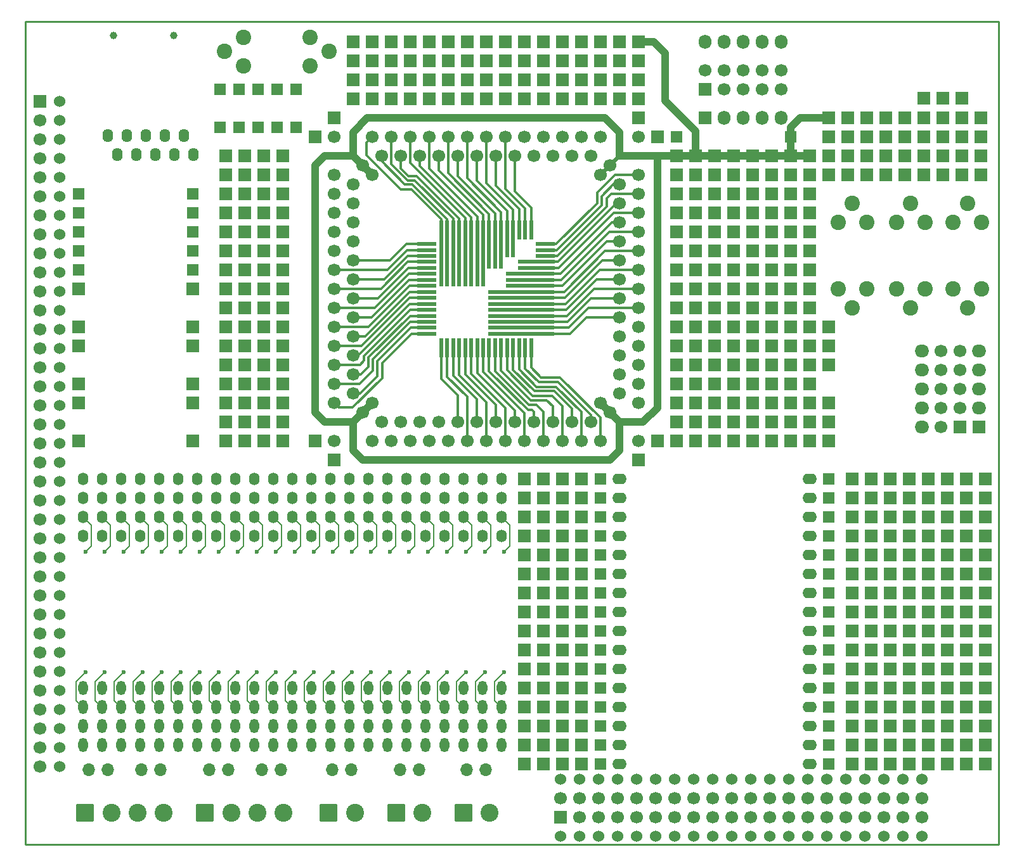
<source format=gbr>
%TF.GenerationSoftware,KiCad,Pcbnew,9.0.1*%
%TF.CreationDate,2025-05-07T00:22:52-04:00*%
%TF.ProjectId,smd-protoboard,736d642d-7072-46f7-946f-626f6172642e,rev?*%
%TF.SameCoordinates,Original*%
%TF.FileFunction,Copper,L2,Bot*%
%TF.FilePolarity,Positive*%
%FSLAX46Y46*%
G04 Gerber Fmt 4.6, Leading zero omitted, Abs format (unit mm)*
G04 Created by KiCad (PCBNEW 9.0.1) date 2025-05-07 00:22:52*
%MOMM*%
%LPD*%
G01*
G04 APERTURE LIST*
G04 Aperture macros list*
%AMRoundRect*
0 Rectangle with rounded corners*
0 $1 Rounding radius*
0 $2 $3 $4 $5 $6 $7 $8 $9 X,Y pos of 4 corners*
0 Add a 4 corners polygon primitive as box body*
4,1,4,$2,$3,$4,$5,$6,$7,$8,$9,$2,$3,0*
0 Add four circle primitives for the rounded corners*
1,1,$1+$1,$2,$3*
1,1,$1+$1,$4,$5*
1,1,$1+$1,$6,$7*
1,1,$1+$1,$8,$9*
0 Add four rect primitives between the rounded corners*
20,1,$1+$1,$2,$3,$4,$5,0*
20,1,$1+$1,$4,$5,$6,$7,0*
20,1,$1+$1,$6,$7,$8,$9,0*
20,1,$1+$1,$8,$9,$2,$3,0*%
G04 Aperture macros list end*
%TA.AperFunction,ComponentPad*%
%ADD10R,1.700000X1.700000*%
%TD*%
%TA.AperFunction,ComponentPad*%
%ADD11C,2.060000*%
%TD*%
%TA.AperFunction,ComponentPad*%
%ADD12R,1.600000X1.600000*%
%TD*%
%TA.AperFunction,ComponentPad*%
%ADD13RoundRect,0.250001X-0.949999X-0.949999X0.949999X-0.949999X0.949999X0.949999X-0.949999X0.949999X0*%
%TD*%
%TA.AperFunction,ComponentPad*%
%ADD14C,2.400000*%
%TD*%
%TA.AperFunction,ComponentPad*%
%ADD15O,1.300000X1.900000*%
%TD*%
%TA.AperFunction,ComponentPad*%
%ADD16O,1.400000X1.700000*%
%TD*%
%TA.AperFunction,ComponentPad*%
%ADD17R,1.800000X1.800000*%
%TD*%
%TA.AperFunction,ComponentPad*%
%ADD18O,1.900000X1.700000*%
%TD*%
%TA.AperFunction,ComponentPad*%
%ADD19C,1.700000*%
%TD*%
%TA.AperFunction,ComponentPad*%
%ADD20O,1.700000X1.700000*%
%TD*%
%TA.AperFunction,ComponentPad*%
%ADD21O,1.900000X1.400000*%
%TD*%
%TA.AperFunction,ComponentPad*%
%ADD22C,1.000000*%
%TD*%
%TA.AperFunction,ComponentPad*%
%ADD23O,1.399540X1.800000*%
%TD*%
%TA.AperFunction,ComponentPad*%
%ADD24O,1.700000X1.900000*%
%TD*%
%TA.AperFunction,SMDPad,CuDef*%
%ADD25R,2.500000X0.600000*%
%TD*%
%TA.AperFunction,SMDPad,CuDef*%
%ADD26R,0.600000X8.900000*%
%TD*%
%TA.AperFunction,SMDPad,CuDef*%
%ADD27R,0.600000X6.500000*%
%TD*%
%TA.AperFunction,SMDPad,CuDef*%
%ADD28R,0.600000X4.900000*%
%TD*%
%TA.AperFunction,SMDPad,CuDef*%
%ADD29R,0.600000X2.500000*%
%TD*%
%TA.AperFunction,SMDPad,CuDef*%
%ADD30R,4.900000X0.600000*%
%TD*%
%TA.AperFunction,SMDPad,CuDef*%
%ADD31R,6.500000X0.600000*%
%TD*%
%TA.AperFunction,SMDPad,CuDef*%
%ADD32R,8.900000X0.600000*%
%TD*%
%TA.AperFunction,ViaPad*%
%ADD33C,0.600000*%
%TD*%
%TA.AperFunction,ViaPad*%
%ADD34C,1.524000*%
%TD*%
%TA.AperFunction,Conductor*%
%ADD35C,0.203200*%
%TD*%
%TA.AperFunction,Conductor*%
%ADD36C,0.304800*%
%TD*%
%TA.AperFunction,Conductor*%
%ADD37C,1.016000*%
%TD*%
%TA.AperFunction,Conductor*%
%ADD38C,0.508000*%
%TD*%
%TA.AperFunction,Profile*%
%ADD39C,0.254000*%
%TD*%
G04 APERTURE END LIST*
D10*
%TO.P,,1*%
%TO.N,N/C*%
X108625260Y-59660000D03*
%TO.P,,2*%
X111165260Y-59660000D03*
%TO.P,,3*%
X111165260Y-62200000D03*
%TO.P,,4*%
X108625260Y-62200000D03*
%TO.P,,5*%
X106085260Y-62200000D03*
%TO.P,,6*%
X106085260Y-59660000D03*
%TO.P,,7*%
X106085260Y-57120000D03*
%TO.P,,8*%
X108625260Y-57120000D03*
%TO.P,,9*%
X111165260Y-57120000D03*
%TO.P,,10*%
X113705260Y-57120000D03*
%TO.P,,11*%
X113705260Y-59660000D03*
%TO.P,,12*%
X113705260Y-62200000D03*
%TO.P,,13*%
X113705260Y-64740000D03*
%TO.P,,14*%
X111165260Y-64740000D03*
%TO.P,,15*%
X108625260Y-64740000D03*
%TO.P,,16*%
X106085260Y-64740000D03*
%TD*%
D11*
%TO.P,,1*%
%TO.N,N/C*%
X195660260Y-74900000D03*
%TO.P,,2*%
X197565260Y-77440000D03*
%TO.P,,3*%
X199470260Y-74900000D03*
%TO.P,,4*%
X199470260Y-66010000D03*
%TO.P,,5*%
X197565260Y-63470000D03*
%TO.P,,6*%
X195660260Y-66010000D03*
%TD*%
D12*
%TO.P,,1*%
%TO.N,N/C*%
X105340000Y-53310000D03*
%TO.P,,2*%
X105340000Y-48230000D03*
%TD*%
D10*
%TO.P,,1*%
%TO.N,N/C*%
X186620000Y-90140000D03*
%TO.P,,2*%
X186620000Y-92680000D03*
%TO.P,,3*%
X186620000Y-95220000D03*
%TD*%
%TO.P,,1*%
%TO.N,N/C*%
X202495000Y-133320000D03*
%TO.P,,2*%
X205035000Y-133320000D03*
%TO.P,,3*%
X205035000Y-135860000D03*
%TO.P,,4*%
X202495000Y-135860000D03*
%TO.P,,5*%
X199955000Y-135860000D03*
%TO.P,,6*%
X199955000Y-133320000D03*
%TO.P,,7*%
X199955000Y-130780000D03*
%TO.P,,8*%
X202495000Y-130780000D03*
%TO.P,,9*%
X205035000Y-130780000D03*
%TO.P,,10*%
X207575000Y-130780000D03*
%TO.P,,11*%
X207575000Y-133320000D03*
%TO.P,,12*%
X207575000Y-135860000D03*
%TO.P,,13*%
X207575000Y-138400000D03*
%TO.P,,14*%
X205035000Y-138400000D03*
%TO.P,,15*%
X202495000Y-138400000D03*
%TO.P,,16*%
X199955000Y-138400000D03*
%TD*%
%TO.P,,1*%
%TO.N,N/C*%
X168840000Y-79980000D03*
%TO.P,,2*%
X171380000Y-79980000D03*
%TO.P,,3*%
X171380000Y-82520000D03*
%TO.P,,4*%
X168840000Y-82520000D03*
%TO.P,,5*%
X166300000Y-82520000D03*
%TO.P,,6*%
X166300000Y-79980000D03*
%TO.P,,7*%
X166300000Y-77440000D03*
%TO.P,,8*%
X168840000Y-77440000D03*
%TO.P,,9*%
X171380000Y-77440000D03*
%TO.P,,10*%
X173920000Y-77440000D03*
%TO.P,,11*%
X173920000Y-79980000D03*
%TO.P,,12*%
X173920000Y-82520000D03*
%TO.P,,13*%
X173920000Y-85060000D03*
%TO.P,,14*%
X171380000Y-85060000D03*
%TO.P,,15*%
X168840000Y-85060000D03*
%TO.P,,16*%
X166300000Y-85060000D03*
%TD*%
D13*
%TO.P,REF\u002A\u002A,1*%
%TO.N,N/C*%
X137865260Y-144914280D03*
D14*
%TO.P,REF\u002A\u002A,2*%
X141365260Y-144914280D03*
%TD*%
D10*
%TO.P,,1*%
%TO.N,N/C*%
X202495000Y-102840000D03*
%TO.P,,2*%
X205035000Y-102840000D03*
%TO.P,,3*%
X205035000Y-105380000D03*
%TO.P,,4*%
X202495000Y-105380000D03*
%TO.P,,5*%
X199955000Y-105380000D03*
%TO.P,,6*%
X199955000Y-102840000D03*
%TO.P,,7*%
X199955000Y-100300000D03*
%TO.P,,8*%
X202495000Y-100300000D03*
%TO.P,,9*%
X205035000Y-100300000D03*
%TO.P,,10*%
X207575000Y-100300000D03*
%TO.P,,11*%
X207575000Y-102840000D03*
%TO.P,,12*%
X207575000Y-105380000D03*
%TO.P,,13*%
X207575000Y-107920000D03*
%TO.P,,14*%
X205035000Y-107920000D03*
%TO.P,,15*%
X202495000Y-107920000D03*
%TO.P,,16*%
X199955000Y-107920000D03*
%TD*%
%TO.P,,1*%
%TO.N,N/C*%
X145980000Y-44420000D03*
%TO.P,,2*%
X148520000Y-44420000D03*
%TO.P,,3*%
X148520000Y-46960000D03*
%TO.P,,4*%
X145980000Y-46960000D03*
%TO.P,,5*%
X143440000Y-46960000D03*
%TO.P,,6*%
X143440000Y-44420000D03*
%TO.P,,7*%
X143440000Y-41880000D03*
%TO.P,,8*%
X145980000Y-41880000D03*
%TO.P,,9*%
X148520000Y-41880000D03*
%TO.P,,10*%
X151060000Y-41880000D03*
%TO.P,,11*%
X151060000Y-44420000D03*
%TO.P,,12*%
X151060000Y-46960000D03*
%TO.P,,13*%
X151060000Y-49500000D03*
%TO.P,,14*%
X148520000Y-49500000D03*
%TO.P,,15*%
X145980000Y-49500000D03*
%TO.P,,16*%
X143440000Y-49500000D03*
%TD*%
D15*
%TO.P,,1*%
%TO.N,N/C*%
X140405000Y-135880000D03*
%TO.P,,2*%
X140405000Y-133340000D03*
%TO.P,,3*%
X140405000Y-130800000D03*
%TO.P,,4*%
X140405000Y-128260000D03*
D16*
%TO.P,,5*%
X140405000Y-107940000D03*
%TO.P,,6*%
X140405000Y-105400000D03*
%TO.P,,7*%
X140405000Y-102860000D03*
%TO.P,,8*%
X140405000Y-100320000D03*
%TD*%
D15*
%TO.P,,1*%
%TO.N,N/C*%
X92145000Y-135880000D03*
%TO.P,,2*%
X92145000Y-133340000D03*
%TO.P,,3*%
X92145000Y-130800000D03*
%TO.P,,4*%
X92145000Y-128260000D03*
D16*
%TO.P,,5*%
X92145000Y-107940000D03*
%TO.P,,6*%
X92145000Y-105400000D03*
%TO.P,,7*%
X92145000Y-102860000D03*
%TO.P,,8*%
X92145000Y-100320000D03*
%TD*%
D17*
%TO.P,,1*%
%TO.N,N/C*%
X86475260Y-82520000D03*
X101715260Y-82520000D03*
%TO.P,,2*%
X86475260Y-87600000D03*
X101715260Y-87600000D03*
%TD*%
D11*
%TO.P,,1*%
%TO.N,N/C*%
X187890000Y-74900000D03*
%TO.P,,2*%
X189795000Y-77440000D03*
%TO.P,,3*%
X191700000Y-74900000D03*
%TO.P,,4*%
X191700000Y-66010000D03*
%TO.P,,5*%
X189795000Y-63470000D03*
%TO.P,,6*%
X187890000Y-66010000D03*
%TD*%
D12*
%TO.P,,1*%
%TO.N,N/C*%
X86475260Y-69820000D03*
%TO.P,,2*%
X101715260Y-69820000D03*
%TD*%
D15*
%TO.P,,1*%
%TO.N,N/C*%
X115005000Y-135880000D03*
%TO.P,,2*%
X115005000Y-133340000D03*
%TO.P,,3*%
X115005000Y-130800000D03*
%TO.P,,4*%
X115005000Y-128260000D03*
D16*
%TO.P,,5*%
X115005000Y-107940000D03*
%TO.P,,6*%
X115005000Y-105400000D03*
%TO.P,,7*%
X115005000Y-102860000D03*
%TO.P,,8*%
X115005000Y-100320000D03*
%TD*%
D10*
%TO.P,,1*%
%TO.N,N/C*%
X204165260Y-93366780D03*
X206705260Y-93366780D03*
D18*
%TO.P,,2*%
X199085260Y-93366780D03*
D19*
X201625260Y-93366780D03*
%TO.P,,3*%
X204165260Y-90826780D03*
D18*
X206705260Y-90826780D03*
%TO.P,,4*%
X199085260Y-90826780D03*
D19*
X201625260Y-90826780D03*
%TO.P,,5*%
X204165260Y-88286780D03*
D18*
X206705260Y-88286780D03*
%TO.P,,6*%
X199085260Y-88286780D03*
D19*
X201625260Y-88286780D03*
%TO.P,,7*%
X204165260Y-85746780D03*
D18*
X206705260Y-85746780D03*
%TO.P,,8*%
X199085260Y-85746780D03*
D19*
X201625260Y-85746780D03*
%TO.P,,9*%
X204165260Y-83206780D03*
D18*
X206705260Y-83206780D03*
%TO.P,,10*%
X199085260Y-83206780D03*
D19*
X201625260Y-83206780D03*
%TD*%
D10*
%TO.P,REF\u002A\u002A,1*%
%TO.N,N/C*%
X150865260Y-145546780D03*
D19*
%TO.P,REF\u002A\u002A,2*%
X150865260Y-143006780D03*
%TO.P,REF\u002A\u002A,3*%
X153405260Y-145546780D03*
%TO.P,REF\u002A\u002A,4*%
X153405260Y-143006780D03*
%TO.P,REF\u002A\u002A,5*%
X155945260Y-145546780D03*
%TO.P,REF\u002A\u002A,6*%
X155945260Y-143006780D03*
%TO.P,REF\u002A\u002A,7*%
X158485260Y-145546780D03*
%TO.P,REF\u002A\u002A,8*%
X158485260Y-143006780D03*
%TO.P,REF\u002A\u002A,9*%
X161025260Y-145546780D03*
%TO.P,REF\u002A\u002A,10*%
X161025260Y-143006780D03*
%TO.P,REF\u002A\u002A,11*%
X163565260Y-145546780D03*
%TO.P,REF\u002A\u002A,12*%
X163565260Y-143006780D03*
%TO.P,REF\u002A\u002A,13*%
X166105260Y-145546780D03*
%TO.P,REF\u002A\u002A,14*%
X166105260Y-143006780D03*
%TO.P,REF\u002A\u002A,15*%
X168645260Y-145546780D03*
%TO.P,REF\u002A\u002A,16*%
X168645260Y-143006780D03*
%TO.P,REF\u002A\u002A,17*%
X171185260Y-145546780D03*
%TO.P,REF\u002A\u002A,18*%
X171185260Y-143006780D03*
%TO.P,REF\u002A\u002A,19*%
X173725260Y-145546780D03*
%TO.P,REF\u002A\u002A,20*%
X173725260Y-143006780D03*
%TO.P,REF\u002A\u002A,21*%
X176265260Y-145546780D03*
%TO.P,REF\u002A\u002A,22*%
X176265260Y-143006780D03*
%TO.P,REF\u002A\u002A,23*%
X178805260Y-145546780D03*
%TO.P,REF\u002A\u002A,24*%
X178805260Y-143006780D03*
%TO.P,REF\u002A\u002A,25*%
X181345260Y-145546780D03*
%TO.P,REF\u002A\u002A,26*%
X181345260Y-143006780D03*
%TO.P,REF\u002A\u002A,27*%
X183885260Y-145546780D03*
%TO.P,REF\u002A\u002A,28*%
X183885260Y-143006780D03*
%TO.P,REF\u002A\u002A,29*%
X186425260Y-145546780D03*
%TO.P,REF\u002A\u002A,30*%
X186425260Y-143006780D03*
%TO.P,REF\u002A\u002A,31*%
X188965260Y-145546780D03*
%TO.P,REF\u002A\u002A,32*%
X188965260Y-143006780D03*
%TO.P,REF\u002A\u002A,33*%
X191505260Y-145546780D03*
%TO.P,REF\u002A\u002A,34*%
X191505260Y-143006780D03*
%TO.P,REF\u002A\u002A,35*%
X194045260Y-145546780D03*
%TO.P,REF\u002A\u002A,36*%
X194045260Y-143006780D03*
%TO.P,REF\u002A\u002A,37*%
X196585260Y-145546780D03*
%TO.P,REF\u002A\u002A,38*%
X196585260Y-143006780D03*
%TO.P,REF\u002A\u002A,39*%
X199125260Y-145546780D03*
%TO.P,REF\u002A\u002A,40*%
X199125260Y-143006780D03*
%TD*%
D10*
%TO.P,,1*%
%TO.N,N/C*%
X148520000Y-133320000D03*
%TO.P,,2*%
X151060000Y-133320000D03*
%TO.P,,3*%
X151060000Y-135860000D03*
%TO.P,,4*%
X148520000Y-135860000D03*
%TO.P,,5*%
X145980000Y-135860000D03*
%TO.P,,6*%
X145980000Y-133320000D03*
%TO.P,,7*%
X145980000Y-130780000D03*
%TO.P,,8*%
X148520000Y-130780000D03*
%TO.P,,9*%
X151060000Y-130780000D03*
%TO.P,,10*%
X153600000Y-130780000D03*
%TO.P,,11*%
X153600000Y-133320000D03*
%TO.P,,12*%
X153600000Y-135860000D03*
%TO.P,,13*%
X153600000Y-138400000D03*
%TO.P,,14*%
X151060000Y-138400000D03*
%TO.P,,15*%
X148520000Y-138400000D03*
%TO.P,,16*%
X145980000Y-138400000D03*
%TD*%
D13*
%TO.P,REF\u002A\u002A,1*%
%TO.N,N/C*%
X103365260Y-144914280D03*
D14*
%TO.P,REF\u002A\u002A,2*%
X106865260Y-144914280D03*
%TO.P,REF\u002A\u002A,3*%
X110365260Y-144914280D03*
%TO.P,REF\u002A\u002A,4*%
X113865260Y-144914280D03*
%TD*%
D15*
%TO.P,,1*%
%TO.N,N/C*%
X107385000Y-135880000D03*
%TO.P,,2*%
X107385000Y-133340000D03*
%TO.P,,3*%
X107385000Y-130800000D03*
%TO.P,,4*%
X107385000Y-128260000D03*
D16*
%TO.P,,5*%
X107385000Y-107940000D03*
%TO.P,,6*%
X107385000Y-105400000D03*
%TO.P,,7*%
X107385000Y-102860000D03*
%TO.P,,8*%
X107385000Y-100320000D03*
%TD*%
D10*
%TO.P,,1*%
%TO.N,N/C*%
X125660000Y-44420000D03*
%TO.P,,2*%
X128200000Y-44420000D03*
%TO.P,,3*%
X128200000Y-46960000D03*
%TO.P,,4*%
X125660000Y-46960000D03*
%TO.P,,5*%
X123120000Y-46960000D03*
%TO.P,,6*%
X123120000Y-44420000D03*
%TO.P,,7*%
X123120000Y-41880000D03*
%TO.P,,8*%
X125660000Y-41880000D03*
%TO.P,,9*%
X128200000Y-41880000D03*
%TO.P,,10*%
X130740000Y-41880000D03*
%TO.P,,11*%
X130740000Y-44420000D03*
%TO.P,,12*%
X130740000Y-46960000D03*
%TO.P,,13*%
X130740000Y-49500000D03*
%TO.P,,14*%
X128200000Y-49500000D03*
%TO.P,,15*%
X125660000Y-49500000D03*
%TO.P,,16*%
X123120000Y-49500000D03*
%TD*%
%TO.P,,1*%
%TO.N,N/C*%
X179000000Y-90140000D03*
%TO.P,,2*%
X181540000Y-90140000D03*
%TO.P,,3*%
X181540000Y-92680000D03*
%TO.P,,4*%
X179000000Y-92680000D03*
%TO.P,,5*%
X176460000Y-92680000D03*
%TO.P,,6*%
X176460000Y-90140000D03*
%TO.P,,7*%
X176460000Y-87600000D03*
%TO.P,,8*%
X179000000Y-87600000D03*
%TO.P,,9*%
X181540000Y-87600000D03*
%TO.P,,10*%
X184080000Y-87600000D03*
%TO.P,,11*%
X184080000Y-90140000D03*
%TO.P,,12*%
X184080000Y-92680000D03*
%TO.P,,13*%
X184080000Y-95220000D03*
%TO.P,,14*%
X181540000Y-95220000D03*
%TO.P,,15*%
X179000000Y-95220000D03*
%TO.P,,16*%
X176460000Y-95220000D03*
%TD*%
D17*
%TO.P,,1*%
%TO.N,N/C*%
X86475260Y-90140000D03*
X101715260Y-90140000D03*
%TO.P,,2*%
X86475260Y-95220000D03*
X101715260Y-95220000D03*
%TD*%
D20*
%TO.P,REF\u002A\u002A,1*%
%TO.N,N/C*%
X110925260Y-139136780D03*
X113465260Y-139136780D03*
%TD*%
D10*
%TO.P,REF\u002A\u002A,1*%
%TO.N,N/C*%
X81300000Y-49800000D03*
D19*
%TO.P,REF\u002A\u002A,2*%
X81300000Y-52340000D03*
%TO.P,REF\u002A\u002A,3*%
X81300000Y-54880000D03*
%TO.P,REF\u002A\u002A,4*%
X81300000Y-57420000D03*
%TO.P,REF\u002A\u002A,5*%
X81300000Y-59960000D03*
%TO.P,REF\u002A\u002A,6*%
X81300000Y-62500000D03*
%TO.P,REF\u002A\u002A,7*%
X81300000Y-65040000D03*
%TO.P,REF\u002A\u002A,8*%
X81300000Y-67580000D03*
%TO.P,REF\u002A\u002A,9*%
X81300000Y-70120000D03*
%TO.P,REF\u002A\u002A,10*%
X81300000Y-72660000D03*
%TO.P,REF\u002A\u002A,11*%
X81300000Y-75200000D03*
%TO.P,REF\u002A\u002A,12*%
X81300000Y-77740000D03*
%TO.P,REF\u002A\u002A,13*%
X81300000Y-80280000D03*
%TO.P,REF\u002A\u002A,14*%
X81300000Y-82820000D03*
%TO.P,REF\u002A\u002A,15*%
X81300000Y-85360000D03*
%TO.P,REF\u002A\u002A,16*%
X81300000Y-87900000D03*
%TO.P,REF\u002A\u002A,17*%
X81300000Y-90440000D03*
%TO.P,REF\u002A\u002A,18*%
X81300000Y-92980000D03*
%TO.P,REF\u002A\u002A,19*%
X81300000Y-95520000D03*
%TO.P,REF\u002A\u002A,20*%
X81300000Y-98060000D03*
%TO.P,REF\u002A\u002A,21*%
X81300000Y-100600000D03*
%TO.P,REF\u002A\u002A,22*%
X81300000Y-103140000D03*
%TO.P,REF\u002A\u002A,23*%
X81300000Y-105680000D03*
%TO.P,REF\u002A\u002A,24*%
X81300000Y-108220000D03*
%TO.P,REF\u002A\u002A,25*%
X81300000Y-110760000D03*
%TO.P,REF\u002A\u002A,26*%
X81300000Y-113300000D03*
%TO.P,REF\u002A\u002A,27*%
X81300000Y-115840000D03*
%TO.P,REF\u002A\u002A,28*%
X81300000Y-118380000D03*
%TO.P,REF\u002A\u002A,29*%
X81300000Y-120920000D03*
%TO.P,REF\u002A\u002A,30*%
X81300000Y-123460000D03*
%TO.P,REF\u002A\u002A,31*%
X81300000Y-126000000D03*
%TO.P,REF\u002A\u002A,32*%
X81300000Y-128540000D03*
%TO.P,REF\u002A\u002A,33*%
X81300000Y-131080000D03*
%TO.P,REF\u002A\u002A,34*%
X81300000Y-133620000D03*
%TO.P,REF\u002A\u002A,35*%
X81300000Y-136160000D03*
%TO.P,REF\u002A\u002A,36*%
X81300000Y-138700000D03*
%TD*%
D10*
%TO.P,,1*%
%TO.N,N/C*%
X168840000Y-69820000D03*
%TO.P,,2*%
X171380000Y-69820000D03*
%TO.P,,3*%
X171380000Y-72360000D03*
%TO.P,,4*%
X168840000Y-72360000D03*
%TO.P,,5*%
X166300000Y-72360000D03*
%TO.P,,6*%
X166300000Y-69820000D03*
%TO.P,,7*%
X166300000Y-67280000D03*
%TO.P,,8*%
X168840000Y-67280000D03*
%TO.P,,9*%
X171380000Y-67280000D03*
%TO.P,,10*%
X173920000Y-67280000D03*
%TO.P,,11*%
X173920000Y-69820000D03*
%TO.P,,12*%
X173920000Y-72360000D03*
%TO.P,,13*%
X173920000Y-74900000D03*
%TO.P,,14*%
X171380000Y-74900000D03*
%TO.P,,15*%
X168840000Y-74900000D03*
%TO.P,,16*%
X166300000Y-74900000D03*
%TD*%
D12*
%TO.P,,1*%
%TO.N,N/C*%
X156140000Y-135860000D03*
D21*
%TO.P,,2*%
X158680000Y-135860000D03*
%TO.P,,3*%
X184080000Y-135860000D03*
D12*
%TO.P,,4*%
X186620000Y-135860000D03*
%TD*%
D15*
%TO.P,,1*%
%TO.N,N/C*%
X120085000Y-135880000D03*
%TO.P,,2*%
X120085000Y-133340000D03*
%TO.P,,3*%
X120085000Y-130800000D03*
%TO.P,,4*%
X120085000Y-128260000D03*
D16*
%TO.P,,5*%
X120085000Y-107940000D03*
%TO.P,,6*%
X120085000Y-105400000D03*
%TO.P,,7*%
X120085000Y-102860000D03*
%TO.P,,8*%
X120085000Y-100320000D03*
%TD*%
D10*
%TO.P,,1*%
%TO.N,N/C*%
X108625260Y-90140000D03*
%TO.P,,2*%
X111165260Y-90140000D03*
%TO.P,,3*%
X111165260Y-92680000D03*
%TO.P,,4*%
X108625260Y-92680000D03*
%TO.P,,5*%
X106085260Y-92680000D03*
%TO.P,,6*%
X106085260Y-90140000D03*
%TO.P,,7*%
X106085260Y-87600000D03*
%TO.P,,8*%
X108625260Y-87600000D03*
%TO.P,,9*%
X111165260Y-87600000D03*
%TO.P,,10*%
X113705260Y-87600000D03*
%TO.P,,11*%
X113705260Y-90140000D03*
%TO.P,,12*%
X113705260Y-92680000D03*
%TO.P,,13*%
X113705260Y-95220000D03*
%TO.P,,14*%
X111165260Y-95220000D03*
%TO.P,,15*%
X108625260Y-95220000D03*
%TO.P,,16*%
X106085260Y-95220000D03*
%TD*%
D12*
%TO.P,,1*%
%TO.N,N/C*%
X156140000Y-138400000D03*
D21*
%TO.P,,2*%
X158680000Y-138400000D03*
%TO.P,,3*%
X184080000Y-138400000D03*
D12*
%TO.P,,4*%
X186620000Y-138400000D03*
%TD*%
D22*
%TO.P,,0*%
%TO.N,N/C*%
X91164800Y-41017600D03*
X99164800Y-41017600D03*
D23*
%TO.P,,1*%
X90404800Y-54427600D03*
%TO.P,,2*%
X91674800Y-56967600D03*
%TO.P,,3*%
X92944800Y-54427600D03*
%TO.P,,4*%
X94214800Y-56967600D03*
%TO.P,,5*%
X95484800Y-54427600D03*
%TO.P,,6*%
X96754800Y-56967600D03*
%TO.P,,7*%
X98024800Y-54427600D03*
%TO.P,,8*%
X99294800Y-56967600D03*
%TO.P,,9*%
X100564800Y-54427600D03*
%TO.P,,10*%
X101834800Y-56967600D03*
%TD*%
D12*
%TO.P,,1*%
%TO.N,N/C*%
X166300000Y-54580000D03*
%TO.P,,2*%
X181540000Y-54580000D03*
%TD*%
%TO.P,,1*%
%TO.N,N/C*%
X86475260Y-64740000D03*
%TO.P,,2*%
X101715260Y-64740000D03*
%TD*%
D10*
%TO.P,,1*%
%TO.N,N/C*%
X135820000Y-44420000D03*
%TO.P,,2*%
X138360000Y-44420000D03*
%TO.P,,3*%
X138360000Y-46960000D03*
%TO.P,,4*%
X135820000Y-46960000D03*
%TO.P,,5*%
X133280000Y-46960000D03*
%TO.P,,6*%
X133280000Y-44420000D03*
%TO.P,,7*%
X133280000Y-41880000D03*
%TO.P,,8*%
X135820000Y-41880000D03*
%TO.P,,9*%
X138360000Y-41880000D03*
%TO.P,,10*%
X140900000Y-41880000D03*
%TO.P,,11*%
X140900000Y-44420000D03*
%TO.P,,12*%
X140900000Y-46960000D03*
%TO.P,,13*%
X140900000Y-49500000D03*
%TO.P,,14*%
X138360000Y-49500000D03*
%TO.P,,15*%
X135820000Y-49500000D03*
%TO.P,,16*%
X133280000Y-49500000D03*
%TD*%
%TO.P,,1*%
%TO.N,N/C*%
X168840000Y-90140000D03*
%TO.P,,2*%
X171380000Y-90140000D03*
%TO.P,,3*%
X171380000Y-92680000D03*
%TO.P,,4*%
X168840000Y-92680000D03*
%TO.P,,5*%
X166300000Y-92680000D03*
%TO.P,,6*%
X166300000Y-90140000D03*
%TO.P,,7*%
X166300000Y-87600000D03*
%TO.P,,8*%
X168840000Y-87600000D03*
%TO.P,,9*%
X171380000Y-87600000D03*
%TO.P,,10*%
X173920000Y-87600000D03*
%TO.P,,11*%
X173920000Y-90140000D03*
%TO.P,,12*%
X173920000Y-92680000D03*
%TO.P,,13*%
X173920000Y-95220000D03*
%TO.P,,14*%
X171380000Y-95220000D03*
%TO.P,,15*%
X168840000Y-95220000D03*
%TO.P,,16*%
X166300000Y-95220000D03*
%TD*%
%TO.P,,1*%
%TO.N,N/C*%
X170110000Y-48230000D03*
X170110000Y-52040000D03*
D24*
%TO.P,,2*%
X170110000Y-41880000D03*
D19*
X170110000Y-45690000D03*
%TO.P,,3*%
X172650000Y-48230000D03*
D24*
X172650000Y-52040000D03*
%TO.P,,4*%
X172650000Y-41880000D03*
D19*
X172650000Y-45690000D03*
%TO.P,,5*%
X175190000Y-48230000D03*
D24*
X175190000Y-52040000D03*
%TO.P,,6*%
X175190000Y-41880000D03*
D19*
X175190000Y-45690000D03*
%TO.P,,7*%
X177730000Y-48230000D03*
D24*
X177730000Y-52040000D03*
%TO.P,,8*%
X177730000Y-41880000D03*
D19*
X177730000Y-45690000D03*
%TO.P,,9*%
X180270000Y-48230000D03*
D24*
X180270000Y-52040000D03*
%TO.P,,10*%
X180270000Y-41880000D03*
D19*
X180270000Y-45690000D03*
%TD*%
D12*
%TO.P,,1*%
%TO.N,N/C*%
X156140000Y-100300000D03*
D21*
%TO.P,,2*%
X158680000Y-100300000D03*
%TO.P,,3*%
X184080000Y-100300000D03*
D12*
%TO.P,,4*%
X186620000Y-100300000D03*
%TD*%
D10*
%TO.P,,1*%
%TO.N,N/C*%
X202495000Y-123160000D03*
%TO.P,,2*%
X205035000Y-123160000D03*
%TO.P,,3*%
X205035000Y-125700000D03*
%TO.P,,4*%
X202495000Y-125700000D03*
%TO.P,,5*%
X199955000Y-125700000D03*
%TO.P,,6*%
X199955000Y-123160000D03*
%TO.P,,7*%
X199955000Y-120620000D03*
%TO.P,,8*%
X202495000Y-120620000D03*
%TO.P,,9*%
X205035000Y-120620000D03*
%TO.P,,10*%
X207575000Y-120620000D03*
%TO.P,,11*%
X207575000Y-123160000D03*
%TO.P,,12*%
X207575000Y-125700000D03*
%TO.P,,13*%
X207575000Y-128240000D03*
%TO.P,,14*%
X205035000Y-128240000D03*
%TO.P,,15*%
X202495000Y-128240000D03*
%TO.P,,16*%
X199955000Y-128240000D03*
%TD*%
%TO.P,,1*%
%TO.N,N/C*%
X201860000Y-54580000D03*
%TO.P,,2*%
X204400000Y-54580000D03*
%TO.P,,3*%
X204400000Y-57120000D03*
%TO.P,,4*%
X201860000Y-57120000D03*
%TO.P,,5*%
X199320000Y-57120000D03*
%TO.P,,6*%
X199320000Y-54580000D03*
%TO.P,,7*%
X199320000Y-52040000D03*
%TO.P,,8*%
X201860000Y-52040000D03*
%TO.P,,9*%
X204400000Y-52040000D03*
%TO.P,,10*%
X206940000Y-52040000D03*
%TO.P,,11*%
X206940000Y-54580000D03*
%TO.P,,12*%
X206940000Y-57120000D03*
%TO.P,,13*%
X206940000Y-59660000D03*
%TO.P,,14*%
X204400000Y-59660000D03*
%TO.P,,15*%
X201860000Y-59660000D03*
%TO.P,,16*%
X199320000Y-59660000D03*
%TD*%
%TO.P,,1*%
%TO.N,N/C*%
X179000000Y-69820000D03*
%TO.P,,2*%
X181540000Y-69820000D03*
%TO.P,,3*%
X181540000Y-72360000D03*
%TO.P,,4*%
X179000000Y-72360000D03*
%TO.P,,5*%
X176460000Y-72360000D03*
%TO.P,,6*%
X176460000Y-69820000D03*
%TO.P,,7*%
X176460000Y-67280000D03*
%TO.P,,8*%
X179000000Y-67280000D03*
%TO.P,,9*%
X181540000Y-67280000D03*
%TO.P,,10*%
X184080000Y-67280000D03*
%TO.P,,11*%
X184080000Y-69820000D03*
%TO.P,,12*%
X184080000Y-72360000D03*
%TO.P,,13*%
X184080000Y-74900000D03*
%TO.P,,14*%
X181540000Y-74900000D03*
%TO.P,,15*%
X179000000Y-74900000D03*
%TO.P,,16*%
X176460000Y-74900000D03*
%TD*%
D12*
%TO.P,,1*%
%TO.N,N/C*%
X156140000Y-110460000D03*
D21*
%TO.P,,2*%
X158680000Y-110460000D03*
%TO.P,,3*%
X184080000Y-110460000D03*
D12*
%TO.P,,4*%
X186620000Y-110460000D03*
%TD*%
D13*
%TO.P,REF\u002A\u002A,1*%
%TO.N,N/C*%
X119865260Y-144914280D03*
D14*
%TO.P,REF\u002A\u002A,2*%
X123365260Y-144914280D03*
%TD*%
D15*
%TO.P,,1*%
%TO.N,N/C*%
X122625000Y-135880000D03*
%TO.P,,2*%
X122625000Y-133340000D03*
%TO.P,,3*%
X122625000Y-130800000D03*
%TO.P,,4*%
X122625000Y-128260000D03*
D16*
%TO.P,,5*%
X122625000Y-107940000D03*
%TO.P,,6*%
X122625000Y-105400000D03*
%TO.P,,7*%
X122625000Y-102860000D03*
%TO.P,,8*%
X122625000Y-100320000D03*
%TD*%
D12*
%TO.P,,1*%
%TO.N,N/C*%
X156140000Y-133320000D03*
D21*
%TO.P,,2*%
X158680000Y-133320000D03*
%TO.P,,3*%
X184080000Y-133320000D03*
D12*
%TO.P,,4*%
X186620000Y-133320000D03*
%TD*%
D10*
%TO.P,,1*%
%TO.N,N/C*%
X148520000Y-113000000D03*
%TO.P,,2*%
X151060000Y-113000000D03*
%TO.P,,3*%
X151060000Y-115540000D03*
%TO.P,,4*%
X148520000Y-115540000D03*
%TO.P,,5*%
X145980000Y-115540000D03*
%TO.P,,6*%
X145980000Y-113000000D03*
%TO.P,,7*%
X145980000Y-110460000D03*
%TO.P,,8*%
X148520000Y-110460000D03*
%TO.P,,9*%
X151060000Y-110460000D03*
%TO.P,,10*%
X153600000Y-110460000D03*
%TO.P,,11*%
X153600000Y-113000000D03*
%TO.P,,12*%
X153600000Y-115540000D03*
%TO.P,,13*%
X153600000Y-118080000D03*
%TO.P,,14*%
X151060000Y-118080000D03*
%TO.P,,15*%
X148520000Y-118080000D03*
%TO.P,,16*%
X145980000Y-118080000D03*
%TD*%
D12*
%TO.P,,1*%
%TO.N,N/C*%
X156140000Y-105380000D03*
D21*
%TO.P,,2*%
X158680000Y-105380000D03*
%TO.P,,3*%
X184080000Y-105380000D03*
D12*
%TO.P,,4*%
X186620000Y-105380000D03*
%TD*%
D10*
%TO.P,,1*%
%TO.N,N/C*%
X192335000Y-113000000D03*
%TO.P,,2*%
X194875000Y-113000000D03*
%TO.P,,3*%
X194875000Y-115540000D03*
%TO.P,,4*%
X192335000Y-115540000D03*
%TO.P,,5*%
X189795000Y-115540000D03*
%TO.P,,6*%
X189795000Y-113000000D03*
%TO.P,,7*%
X189795000Y-110460000D03*
%TO.P,,8*%
X192335000Y-110460000D03*
%TO.P,,9*%
X194875000Y-110460000D03*
%TO.P,,10*%
X197415000Y-110460000D03*
%TO.P,,11*%
X197415000Y-113000000D03*
%TO.P,,12*%
X197415000Y-115540000D03*
%TO.P,,13*%
X197415000Y-118080000D03*
%TO.P,,14*%
X194875000Y-118080000D03*
%TO.P,,15*%
X192335000Y-118080000D03*
%TO.P,,16*%
X189795000Y-118080000D03*
%TD*%
%TO.P,,1*%
%TO.N,N/C*%
X202495000Y-113000000D03*
%TO.P,,2*%
X205035000Y-113000000D03*
%TO.P,,3*%
X205035000Y-115540000D03*
%TO.P,,4*%
X202495000Y-115540000D03*
%TO.P,,5*%
X199955000Y-115540000D03*
%TO.P,,6*%
X199955000Y-113000000D03*
%TO.P,,7*%
X199955000Y-110460000D03*
%TO.P,,8*%
X202495000Y-110460000D03*
%TO.P,,9*%
X205035000Y-110460000D03*
%TO.P,,10*%
X207575000Y-110460000D03*
%TO.P,,11*%
X207575000Y-113000000D03*
%TO.P,,12*%
X207575000Y-115540000D03*
%TO.P,,13*%
X207575000Y-118080000D03*
%TO.P,,14*%
X205035000Y-118080000D03*
%TO.P,,15*%
X202495000Y-118080000D03*
%TO.P,,16*%
X199955000Y-118080000D03*
%TD*%
D12*
%TO.P,,1*%
%TO.N,N/C*%
X86475260Y-67280000D03*
%TO.P,,2*%
X101715260Y-67280000D03*
%TD*%
D15*
%TO.P,,1*%
%TO.N,N/C*%
X132785000Y-135880000D03*
%TO.P,,2*%
X132785000Y-133340000D03*
%TO.P,,3*%
X132785000Y-130800000D03*
%TO.P,,4*%
X132785000Y-128260000D03*
D16*
%TO.P,,5*%
X132785000Y-107940000D03*
%TO.P,,6*%
X132785000Y-105400000D03*
%TO.P,,7*%
X132785000Y-102860000D03*
%TO.P,,8*%
X132785000Y-100320000D03*
%TD*%
D10*
%TO.P,,1*%
%TO.N,N/C*%
X179000000Y-79980000D03*
%TO.P,,2*%
X181540000Y-79980000D03*
%TO.P,,3*%
X181540000Y-82520000D03*
%TO.P,,4*%
X179000000Y-82520000D03*
%TO.P,,5*%
X176460000Y-82520000D03*
%TO.P,,6*%
X176460000Y-79980000D03*
%TO.P,,7*%
X176460000Y-77440000D03*
%TO.P,,8*%
X179000000Y-77440000D03*
%TO.P,,9*%
X181540000Y-77440000D03*
%TO.P,,10*%
X184080000Y-77440000D03*
%TO.P,,11*%
X184080000Y-79980000D03*
%TO.P,,12*%
X184080000Y-82520000D03*
%TO.P,,13*%
X184080000Y-85060000D03*
%TO.P,,14*%
X181540000Y-85060000D03*
%TO.P,,15*%
X179000000Y-85060000D03*
%TO.P,,16*%
X176460000Y-85060000D03*
%TD*%
D15*
%TO.P,,1*%
%TO.N,N/C*%
X127705000Y-135880000D03*
%TO.P,,2*%
X127705000Y-133340000D03*
%TO.P,,3*%
X127705000Y-130800000D03*
%TO.P,,4*%
X127705000Y-128260000D03*
D16*
%TO.P,,5*%
X127705000Y-107940000D03*
%TO.P,,6*%
X127705000Y-105400000D03*
%TO.P,,7*%
X127705000Y-102860000D03*
%TO.P,,8*%
X127705000Y-100320000D03*
%TD*%
D12*
%TO.P,,1*%
%TO.N,N/C*%
X156140000Y-125700000D03*
D21*
%TO.P,,2*%
X158680000Y-125700000D03*
%TO.P,,3*%
X184080000Y-125700000D03*
D12*
%TO.P,,4*%
X186620000Y-125700000D03*
%TD*%
D10*
%TO.P,,1*%
%TO.N,N/C*%
X108625260Y-69820000D03*
%TO.P,,2*%
X111165260Y-69820000D03*
%TO.P,,3*%
X111165260Y-72360000D03*
%TO.P,,4*%
X108625260Y-72360000D03*
%TO.P,,5*%
X106085260Y-72360000D03*
%TO.P,,6*%
X106085260Y-69820000D03*
%TO.P,,7*%
X106085260Y-67280000D03*
%TO.P,,8*%
X108625260Y-67280000D03*
%TO.P,,9*%
X111165260Y-67280000D03*
%TO.P,,10*%
X113705260Y-67280000D03*
%TO.P,,11*%
X113705260Y-69820000D03*
%TO.P,,12*%
X113705260Y-72360000D03*
%TO.P,,13*%
X113705260Y-74900000D03*
%TO.P,,14*%
X111165260Y-74900000D03*
%TO.P,,15*%
X108625260Y-74900000D03*
%TO.P,,16*%
X106085260Y-74900000D03*
%TD*%
D15*
%TO.P,,1*%
%TO.N,N/C*%
X117545000Y-135880000D03*
%TO.P,,2*%
X117545000Y-133340000D03*
%TO.P,,3*%
X117545000Y-130800000D03*
%TO.P,,4*%
X117545000Y-128260000D03*
D16*
%TO.P,,5*%
X117545000Y-107940000D03*
%TO.P,,6*%
X117545000Y-105400000D03*
%TO.P,,7*%
X117545000Y-102860000D03*
%TO.P,,8*%
X117545000Y-100320000D03*
%TD*%
D12*
%TO.P,,1*%
%TO.N,N/C*%
X86475260Y-72360000D03*
%TO.P,,2*%
X101715260Y-72360000D03*
%TD*%
%TO.P,,1*%
%TO.N,N/C*%
X156140000Y-123160000D03*
D21*
%TO.P,,2*%
X158680000Y-123160000D03*
%TO.P,,3*%
X184080000Y-123160000D03*
D12*
%TO.P,,4*%
X186620000Y-123160000D03*
%TD*%
D15*
%TO.P,,1*%
%TO.N,N/C*%
X99765000Y-135880000D03*
%TO.P,,2*%
X99765000Y-133340000D03*
%TO.P,,3*%
X99765000Y-130800000D03*
%TO.P,,4*%
X99765000Y-128260000D03*
D16*
%TO.P,,5*%
X99765000Y-107940000D03*
%TO.P,,6*%
X99765000Y-105400000D03*
%TO.P,,7*%
X99765000Y-102860000D03*
%TO.P,,8*%
X99765000Y-100320000D03*
%TD*%
D12*
%TO.P,,1*%
%TO.N,N/C*%
X156140000Y-113000000D03*
D21*
%TO.P,,2*%
X158680000Y-113000000D03*
%TO.P,,3*%
X184080000Y-113000000D03*
D12*
%TO.P,,4*%
X186620000Y-113000000D03*
%TD*%
D11*
%TO.P,,1*%
%TO.N,N/C*%
X203260260Y-74900000D03*
%TO.P,,2*%
X205165260Y-77440000D03*
%TO.P,,3*%
X207070260Y-74900000D03*
%TO.P,,4*%
X207070260Y-66010000D03*
%TO.P,,5*%
X205165260Y-63470000D03*
%TO.P,,6*%
X203260260Y-66010000D03*
%TD*%
D19*
%TO.P,,1*%
%TO.N,N/C*%
X120580000Y-59660000D03*
%TO.P,,2*%
X123120000Y-60930000D03*
%TO.P,,3*%
X120580000Y-62200000D03*
%TO.P,,4*%
X123120000Y-63470000D03*
%TO.P,,5*%
X120580000Y-64740000D03*
%TO.P,,6*%
X123120000Y-66010000D03*
%TO.P,,7*%
X120580000Y-67280000D03*
%TO.P,,8*%
X123120000Y-68550000D03*
%TO.P,,9*%
X120580000Y-69820000D03*
%TO.P,,10*%
X123120000Y-71090000D03*
%TO.P,,11*%
X120580000Y-72360000D03*
%TO.P,,12*%
X123120000Y-73630000D03*
%TO.P,,13*%
X120580000Y-74900000D03*
%TO.P,,14*%
X123120000Y-76170000D03*
%TO.P,,15*%
X120580000Y-77440000D03*
%TO.P,,16*%
X123120000Y-78710000D03*
%TO.P,,17*%
X120580000Y-79980000D03*
%TO.P,,18*%
X123120000Y-81250000D03*
%TO.P,,19*%
X120580000Y-82520000D03*
%TO.P,,20*%
X123120000Y-83790000D03*
%TO.P,,21*%
X120580000Y-85060000D03*
%TO.P,,22*%
X123120000Y-86330000D03*
%TO.P,,23*%
X120580000Y-87600000D03*
%TO.P,,24*%
X123120000Y-88870000D03*
%TO.P,,25*%
X120580000Y-90140000D03*
%TO.P,,26*%
X125660000Y-95220000D03*
%TO.P,,27*%
X126930000Y-92680000D03*
%TO.P,,28*%
X128200000Y-95220000D03*
%TO.P,,29*%
X129470000Y-92680000D03*
%TO.P,,30*%
X130740000Y-95220000D03*
%TO.P,,31*%
X132010000Y-92680000D03*
%TO.P,,32*%
X133280000Y-95220000D03*
%TO.P,,33*%
X134550000Y-92680000D03*
%TO.P,,34*%
X135820000Y-95220000D03*
%TO.P,,35*%
X137090000Y-92680000D03*
%TO.P,,36*%
X138360000Y-95220000D03*
%TO.P,,37*%
X139630000Y-92680000D03*
%TO.P,,38*%
X140900000Y-95220000D03*
%TO.P,,39*%
X142170000Y-92680000D03*
%TO.P,,40*%
X143440000Y-95220000D03*
%TO.P,,41*%
X144710000Y-92680000D03*
%TO.P,,42*%
X145980000Y-95220000D03*
%TO.P,,43*%
X147250000Y-92680000D03*
%TO.P,,44*%
X148520000Y-95220000D03*
%TO.P,,45*%
X149790000Y-92680000D03*
%TO.P,,46*%
X151060000Y-95220000D03*
%TO.P,,47*%
X152330000Y-92680000D03*
%TO.P,,48*%
X153600000Y-95220000D03*
%TO.P,,49*%
X154870000Y-92680000D03*
%TO.P,,50*%
X156140000Y-95220000D03*
%TO.P,,51*%
X161220000Y-90140000D03*
%TO.P,,52*%
X158680000Y-88870000D03*
%TO.P,,53*%
X161220000Y-87600000D03*
%TO.P,,54*%
X158680000Y-86330000D03*
%TO.P,,55*%
X161220000Y-85060000D03*
%TO.P,,56*%
X158680000Y-83790000D03*
%TO.P,,57*%
X161220000Y-82520000D03*
%TO.P,,58*%
X158680000Y-81250000D03*
%TO.P,,59*%
X161220000Y-79980000D03*
%TO.P,,60*%
X158680000Y-78710000D03*
%TO.P,,61*%
X161220000Y-77440000D03*
%TO.P,,62*%
X158680000Y-76170000D03*
%TO.P,,63*%
X161220000Y-74900000D03*
%TO.P,,64*%
X158680000Y-73630000D03*
%TO.P,,65*%
X161220000Y-72360000D03*
%TO.P,,66*%
X158680000Y-71090000D03*
%TO.P,,67*%
X161220000Y-69820000D03*
%TO.P,,68*%
X158680000Y-68550000D03*
%TO.P,,69*%
X161220000Y-67280000D03*
%TO.P,,70*%
X158680000Y-66010000D03*
%TO.P,,71*%
X161220000Y-64740000D03*
%TO.P,,72*%
X158680000Y-63470000D03*
%TO.P,,73*%
X161220000Y-62200000D03*
%TO.P,,74*%
X158680000Y-60930000D03*
%TO.P,,75*%
X161220000Y-59660000D03*
%TO.P,,76*%
X156140000Y-54580000D03*
%TO.P,,77*%
X154870000Y-57120000D03*
%TO.P,,78*%
X153600000Y-54580000D03*
%TO.P,,79*%
X152330000Y-57120000D03*
%TO.P,,80*%
X151060000Y-54580000D03*
%TO.P,,81*%
X149790000Y-57120000D03*
%TO.P,,82*%
X148520000Y-54580000D03*
%TO.P,,83*%
X147250000Y-57120000D03*
%TO.P,,84*%
X145980000Y-54580000D03*
%TO.P,,85*%
X144710000Y-57120000D03*
%TO.P,,86*%
X143440000Y-54580000D03*
%TO.P,,87*%
X142170000Y-57120000D03*
%TO.P,,88*%
X140900000Y-54580000D03*
%TO.P,,89*%
X139630000Y-57120000D03*
%TO.P,,90*%
X138360000Y-54580000D03*
%TO.P,,91*%
X137090000Y-57120000D03*
%TO.P,,92*%
X135820000Y-54580000D03*
%TO.P,,93*%
X134550000Y-57120000D03*
%TO.P,,94*%
X133280000Y-54580000D03*
%TO.P,,95*%
X132010000Y-57120000D03*
%TO.P,,96*%
X130740000Y-54580000D03*
%TO.P,,97*%
X129470000Y-57120000D03*
%TO.P,,98*%
X128200000Y-54580000D03*
%TO.P,,99*%
X126930000Y-57120000D03*
%TO.P,,100*%
X125660000Y-54580000D03*
%TO.P,,101*%
X124390000Y-58390000D03*
%TO.P,,102*%
X120580000Y-54580000D03*
%TO.P,,103*%
X124390000Y-91410000D03*
%TO.P,,104*%
X120580000Y-95220000D03*
%TO.P,,105*%
X157410000Y-91410000D03*
%TO.P,,106*%
X161220000Y-95220000D03*
%TO.P,,107*%
X157410000Y-58390000D03*
%TO.P,,108*%
X161220000Y-54580000D03*
%TO.P,,109*%
X125660000Y-59660000D03*
%TO.P,,110*%
X156140000Y-59660000D03*
%TO.P,,111*%
X125660000Y-90140000D03*
%TO.P,,112*%
X156140000Y-90140000D03*
D17*
%TO.P,,113*%
X161220000Y-52040000D03*
%TO.P,,114*%
X163760000Y-54580000D03*
%TO.P,,115*%
X120580000Y-52040000D03*
%TO.P,,116*%
X118040000Y-54580000D03*
%TO.P,,117*%
X163760000Y-95220000D03*
%TO.P,,118*%
X161220000Y-97760000D03*
%TO.P,,119*%
X120580000Y-97760000D03*
%TO.P,,120*%
X118040000Y-95220000D03*
%TD*%
D10*
%TO.P,,1*%
%TO.N,N/C*%
X148520000Y-102840000D03*
%TO.P,,2*%
X151060000Y-102840000D03*
%TO.P,,3*%
X151060000Y-105380000D03*
%TO.P,,4*%
X148520000Y-105380000D03*
%TO.P,,5*%
X145980000Y-105380000D03*
%TO.P,,6*%
X145980000Y-102840000D03*
%TO.P,,7*%
X145980000Y-100300000D03*
%TO.P,,8*%
X148520000Y-100300000D03*
%TO.P,,9*%
X151060000Y-100300000D03*
%TO.P,,10*%
X153600000Y-100300000D03*
%TO.P,,11*%
X153600000Y-102840000D03*
%TO.P,,12*%
X153600000Y-105380000D03*
%TO.P,,13*%
X153600000Y-107920000D03*
%TO.P,,14*%
X151060000Y-107920000D03*
%TO.P,,15*%
X148520000Y-107920000D03*
%TO.P,,16*%
X145980000Y-107920000D03*
%TD*%
%TO.P,,1*%
%TO.N,N/C*%
X192335000Y-133320000D03*
%TO.P,,2*%
X194875000Y-133320000D03*
%TO.P,,3*%
X194875000Y-135860000D03*
%TO.P,,4*%
X192335000Y-135860000D03*
%TO.P,,5*%
X189795000Y-135860000D03*
%TO.P,,6*%
X189795000Y-133320000D03*
%TO.P,,7*%
X189795000Y-130780000D03*
%TO.P,,8*%
X192335000Y-130780000D03*
%TO.P,,9*%
X194875000Y-130780000D03*
%TO.P,,10*%
X197415000Y-130780000D03*
%TO.P,,11*%
X197415000Y-133320000D03*
%TO.P,,12*%
X197415000Y-135860000D03*
%TO.P,,13*%
X197415000Y-138400000D03*
%TO.P,,14*%
X194875000Y-138400000D03*
%TO.P,,15*%
X192335000Y-138400000D03*
%TO.P,,16*%
X189795000Y-138400000D03*
%TD*%
%TO.P,,1*%
%TO.N,N/C*%
X156140000Y-44420000D03*
%TO.P,,2*%
X158680000Y-44420000D03*
%TO.P,,3*%
X158680000Y-46960000D03*
%TO.P,,4*%
X156140000Y-46960000D03*
%TO.P,,5*%
X153600000Y-46960000D03*
%TO.P,,6*%
X153600000Y-44420000D03*
%TO.P,,7*%
X153600000Y-41880000D03*
%TO.P,,8*%
X156140000Y-41880000D03*
%TO.P,,9*%
X158680000Y-41880000D03*
%TO.P,,10*%
X161220000Y-41880000D03*
%TO.P,,11*%
X161220000Y-44420000D03*
%TO.P,,12*%
X161220000Y-46960000D03*
%TO.P,,13*%
X161220000Y-49500000D03*
%TO.P,,14*%
X158680000Y-49500000D03*
%TO.P,,15*%
X156140000Y-49500000D03*
%TO.P,,16*%
X153600000Y-49500000D03*
%TD*%
D12*
%TO.P,,1*%
%TO.N,N/C*%
X107880000Y-48230000D03*
%TO.P,,2*%
X107880000Y-53310000D03*
%TD*%
D20*
%TO.P,REF\u002A\u002A,1*%
%TO.N,N/C*%
X103925260Y-139136780D03*
X106465260Y-139136780D03*
%TD*%
D15*
%TO.P,,1*%
%TO.N,N/C*%
X97225000Y-135880000D03*
%TO.P,,2*%
X97225000Y-133340000D03*
%TO.P,,3*%
X97225000Y-130800000D03*
%TO.P,,4*%
X97225000Y-128260000D03*
D16*
%TO.P,,5*%
X97225000Y-107940000D03*
%TO.P,,6*%
X97225000Y-105400000D03*
%TO.P,,7*%
X97225000Y-102860000D03*
%TO.P,,8*%
X97225000Y-100320000D03*
%TD*%
D11*
%TO.P,,1*%
%TO.N,N/C*%
X108515000Y-41245000D03*
%TO.P,,2*%
X105975000Y-43150000D03*
%TO.P,,3*%
X108515000Y-45055000D03*
%TO.P,,4*%
X117405000Y-45055000D03*
%TO.P,,5*%
X119945000Y-43150000D03*
%TO.P,,6*%
X117405000Y-41245000D03*
%TD*%
D10*
%TO.P,,1*%
%TO.N,N/C*%
X199365260Y-49446780D03*
%TO.P,,2*%
X201905260Y-49446780D03*
%TO.P,,3*%
X204445260Y-49446780D03*
%TD*%
D15*
%TO.P,,1*%
%TO.N,N/C*%
X137865000Y-135880000D03*
%TO.P,,2*%
X137865000Y-133340000D03*
%TO.P,,3*%
X137865000Y-130800000D03*
%TO.P,,4*%
X137865000Y-128260000D03*
D16*
%TO.P,,5*%
X137865000Y-107940000D03*
%TO.P,,6*%
X137865000Y-105400000D03*
%TO.P,,7*%
X137865000Y-102860000D03*
%TO.P,,8*%
X137865000Y-100320000D03*
%TD*%
D20*
%TO.P,REF\u002A\u002A,1*%
%TO.N,N/C*%
X94825260Y-139136780D03*
X97365260Y-139136780D03*
%TD*%
D15*
%TO.P,,1*%
%TO.N,N/C*%
X104845000Y-135880000D03*
%TO.P,,2*%
X104845000Y-133340000D03*
%TO.P,,3*%
X104845000Y-130800000D03*
%TO.P,,4*%
X104845000Y-128260000D03*
D16*
%TO.P,,5*%
X104845000Y-107940000D03*
%TO.P,,6*%
X104845000Y-105400000D03*
%TO.P,,7*%
X104845000Y-102860000D03*
%TO.P,,8*%
X104845000Y-100320000D03*
%TD*%
D10*
%TO.P,,1*%
%TO.N,N/C*%
X108625260Y-79980000D03*
%TO.P,,2*%
X111165260Y-79980000D03*
%TO.P,,3*%
X111165260Y-82520000D03*
%TO.P,,4*%
X108625260Y-82520000D03*
%TO.P,,5*%
X106085260Y-82520000D03*
%TO.P,,6*%
X106085260Y-79980000D03*
%TO.P,,7*%
X106085260Y-77440000D03*
%TO.P,,8*%
X108625260Y-77440000D03*
%TO.P,,9*%
X111165260Y-77440000D03*
%TO.P,,10*%
X113705260Y-77440000D03*
%TO.P,,11*%
X113705260Y-79980000D03*
%TO.P,,12*%
X113705260Y-82520000D03*
%TO.P,,13*%
X113705260Y-85060000D03*
%TO.P,,14*%
X111165260Y-85060000D03*
%TO.P,,15*%
X108625260Y-85060000D03*
%TO.P,,16*%
X106085260Y-85060000D03*
%TD*%
D17*
%TO.P,,1*%
%TO.N,N/C*%
X86475260Y-74900000D03*
X101715260Y-74900000D03*
%TO.P,,2*%
X86475260Y-79980000D03*
X101715260Y-79980000D03*
%TD*%
D12*
%TO.P,,1*%
%TO.N,N/C*%
X110420000Y-53310000D03*
%TO.P,,2*%
X110420000Y-48230000D03*
%TD*%
D20*
%TO.P,REF\u002A\u002A,1*%
%TO.N,N/C*%
X138325260Y-139136780D03*
X140865260Y-139136780D03*
%TD*%
D15*
%TO.P,,1*%
%TO.N,N/C*%
X142945000Y-135880000D03*
%TO.P,,2*%
X142945000Y-133340000D03*
%TO.P,,3*%
X142945000Y-130800000D03*
%TO.P,,4*%
X142945000Y-128260000D03*
D16*
%TO.P,,5*%
X142945000Y-107940000D03*
%TO.P,,6*%
X142945000Y-105400000D03*
%TO.P,,7*%
X142945000Y-102860000D03*
%TO.P,,8*%
X142945000Y-100320000D03*
%TD*%
D10*
%TO.P,,1*%
%TO.N,N/C*%
X192335000Y-102840000D03*
%TO.P,,2*%
X194875000Y-102840000D03*
%TO.P,,3*%
X194875000Y-105380000D03*
%TO.P,,4*%
X192335000Y-105380000D03*
%TO.P,,5*%
X189795000Y-105380000D03*
%TO.P,,6*%
X189795000Y-102840000D03*
%TO.P,,7*%
X189795000Y-100300000D03*
%TO.P,,8*%
X192335000Y-100300000D03*
%TO.P,,9*%
X194875000Y-100300000D03*
%TO.P,,10*%
X197415000Y-100300000D03*
%TO.P,,11*%
X197415000Y-102840000D03*
%TO.P,,12*%
X197415000Y-105380000D03*
%TO.P,,13*%
X197415000Y-107920000D03*
%TO.P,,14*%
X194875000Y-107920000D03*
%TO.P,,15*%
X192335000Y-107920000D03*
%TO.P,,16*%
X189795000Y-107920000D03*
%TD*%
D13*
%TO.P,REF\u002A\u002A,1*%
%TO.N,N/C*%
X87365260Y-144914280D03*
D14*
%TO.P,REF\u002A\u002A,2*%
X90865260Y-144914280D03*
%TO.P,REF\u002A\u002A,3*%
X94365260Y-144914280D03*
%TO.P,REF\u002A\u002A,4*%
X97865260Y-144914280D03*
%TD*%
D15*
%TO.P,,1*%
%TO.N,N/C*%
X94685000Y-135880000D03*
%TO.P,,2*%
X94685000Y-133340000D03*
%TO.P,,3*%
X94685000Y-130800000D03*
%TO.P,,4*%
X94685000Y-128260000D03*
D16*
%TO.P,,5*%
X94685000Y-107940000D03*
%TO.P,,6*%
X94685000Y-105400000D03*
%TO.P,,7*%
X94685000Y-102860000D03*
%TO.P,,8*%
X94685000Y-100320000D03*
%TD*%
D12*
%TO.P,,1*%
%TO.N,N/C*%
X156140000Y-130780000D03*
D21*
%TO.P,,2*%
X158680000Y-130780000D03*
%TO.P,,3*%
X184080000Y-130780000D03*
D12*
%TO.P,,4*%
X186620000Y-130780000D03*
%TD*%
D10*
%TO.P,,1*%
%TO.N,N/C*%
X186620000Y-79980000D03*
%TO.P,,2*%
X186620000Y-82520000D03*
%TO.P,,3*%
X186620000Y-85060000D03*
%TD*%
D20*
%TO.P,REF\u002A\u002A,1*%
%TO.N,N/C*%
X129425260Y-139136780D03*
X131965260Y-139136780D03*
%TD*%
D12*
%TO.P,,1*%
%TO.N,N/C*%
X156140000Y-107920000D03*
D21*
%TO.P,,2*%
X158680000Y-107920000D03*
%TO.P,,3*%
X184080000Y-107920000D03*
D12*
%TO.P,,4*%
X186620000Y-107920000D03*
%TD*%
%TO.P,,1*%
%TO.N,N/C*%
X156140000Y-128240000D03*
D21*
%TO.P,,2*%
X158680000Y-128240000D03*
%TO.P,,3*%
X184080000Y-128240000D03*
D12*
%TO.P,,4*%
X186620000Y-128240000D03*
%TD*%
D20*
%TO.P,REF\u002A\u002A,1*%
%TO.N,N/C*%
X120325260Y-139136780D03*
X122865260Y-139136780D03*
%TD*%
D12*
%TO.P,,1*%
%TO.N,N/C*%
X156140000Y-118080000D03*
D21*
%TO.P,,2*%
X158680000Y-118080000D03*
%TO.P,,3*%
X184080000Y-118080000D03*
D12*
%TO.P,,4*%
X186620000Y-118080000D03*
%TD*%
D15*
%TO.P,,1*%
%TO.N,N/C*%
X109925000Y-135880000D03*
%TO.P,,2*%
X109925000Y-133340000D03*
%TO.P,,3*%
X109925000Y-130800000D03*
%TO.P,,4*%
X109925000Y-128260000D03*
D16*
%TO.P,,5*%
X109925000Y-107940000D03*
%TO.P,,6*%
X109925000Y-105400000D03*
%TO.P,,7*%
X109925000Y-102860000D03*
%TO.P,,8*%
X109925000Y-100320000D03*
%TD*%
D13*
%TO.P,REF\u002A\u002A,1*%
%TO.N,N/C*%
X128865260Y-144914280D03*
D14*
%TO.P,REF\u002A\u002A,2*%
X132365260Y-144914280D03*
%TD*%
D10*
%TO.P,,1*%
%TO.N,N/C*%
X191700000Y-54580000D03*
%TO.P,,2*%
X191700000Y-57120000D03*
%TO.P,,3*%
X189160000Y-57120000D03*
%TO.P,,4*%
X189160000Y-54580000D03*
%TO.P,,5*%
X189160000Y-52040000D03*
%TO.P,,6*%
X191700000Y-52040000D03*
%TO.P,,7*%
X194240000Y-52040000D03*
%TO.P,,8*%
X194240000Y-54580000D03*
%TO.P,,9*%
X194240000Y-57120000D03*
%TO.P,,10*%
X194240000Y-59660000D03*
%TO.P,,11*%
X191700000Y-59660000D03*
%TO.P,,12*%
X189160000Y-59660000D03*
%TO.P,,13*%
X186620000Y-59660000D03*
%TO.P,,14*%
X186620000Y-57120000D03*
%TO.P,,15*%
X186620000Y-54580000D03*
%TO.P,,16*%
X186620000Y-52040000D03*
%TO.P,,17*%
X196780000Y-52040000D03*
%TO.P,,18*%
X196780000Y-54580000D03*
%TO.P,,19*%
X196780000Y-57120000D03*
%TO.P,,20*%
X196780000Y-59660000D03*
%TD*%
D15*
%TO.P,,1*%
%TO.N,N/C*%
X89605000Y-135880000D03*
%TO.P,,2*%
X89605000Y-133340000D03*
%TO.P,,3*%
X89605000Y-130800000D03*
%TO.P,,4*%
X89605000Y-128260000D03*
D16*
%TO.P,,5*%
X89605000Y-107940000D03*
%TO.P,,6*%
X89605000Y-105400000D03*
%TO.P,,7*%
X89605000Y-102860000D03*
%TO.P,,8*%
X89605000Y-100320000D03*
%TD*%
D12*
%TO.P,,1*%
%TO.N,N/C*%
X156140000Y-102840000D03*
D21*
%TO.P,,2*%
X158680000Y-102840000D03*
%TO.P,,3*%
X184080000Y-102840000D03*
D12*
%TO.P,,4*%
X186620000Y-102840000D03*
%TD*%
D20*
%TO.P,REF\u002A\u002A,1*%
%TO.N,N/C*%
X87825260Y-139136780D03*
X90365260Y-139136780D03*
%TD*%
D15*
%TO.P,,1*%
%TO.N,N/C*%
X102305000Y-135880000D03*
%TO.P,,2*%
X102305000Y-133340000D03*
%TO.P,,3*%
X102305000Y-130800000D03*
%TO.P,,4*%
X102305000Y-128260000D03*
D16*
%TO.P,,5*%
X102305000Y-107940000D03*
%TO.P,,6*%
X102305000Y-105400000D03*
%TO.P,,7*%
X102305000Y-102860000D03*
%TO.P,,8*%
X102305000Y-100320000D03*
%TD*%
D12*
%TO.P,,1*%
%TO.N,N/C*%
X115500000Y-53310000D03*
%TO.P,,2*%
X115500000Y-48230000D03*
%TD*%
D10*
%TO.P,,1*%
%TO.N,N/C*%
X192335000Y-123160000D03*
%TO.P,,2*%
X194875000Y-123160000D03*
%TO.P,,3*%
X194875000Y-125700000D03*
%TO.P,,4*%
X192335000Y-125700000D03*
%TO.P,,5*%
X189795000Y-125700000D03*
%TO.P,,6*%
X189795000Y-123160000D03*
%TO.P,,7*%
X189795000Y-120620000D03*
%TO.P,,8*%
X192335000Y-120620000D03*
%TO.P,,9*%
X194875000Y-120620000D03*
%TO.P,,10*%
X197415000Y-120620000D03*
%TO.P,,11*%
X197415000Y-123160000D03*
%TO.P,,12*%
X197415000Y-125700000D03*
%TO.P,,13*%
X197415000Y-128240000D03*
%TO.P,,14*%
X194875000Y-128240000D03*
%TO.P,,15*%
X192335000Y-128240000D03*
%TO.P,,16*%
X189795000Y-128240000D03*
%TD*%
D15*
%TO.P,,1*%
%TO.N,N/C*%
X135325000Y-135880000D03*
%TO.P,,2*%
X135325000Y-133340000D03*
%TO.P,,3*%
X135325000Y-130800000D03*
%TO.P,,4*%
X135325000Y-128260000D03*
D16*
%TO.P,,5*%
X135325000Y-107940000D03*
%TO.P,,6*%
X135325000Y-105400000D03*
%TO.P,,7*%
X135325000Y-102860000D03*
%TO.P,,8*%
X135325000Y-100320000D03*
%TD*%
D15*
%TO.P,,1*%
%TO.N,N/C*%
X87065000Y-135880000D03*
%TO.P,,2*%
X87065000Y-133340000D03*
%TO.P,,3*%
X87065000Y-130800000D03*
%TO.P,,4*%
X87065000Y-128260000D03*
D16*
%TO.P,,5*%
X87065000Y-107940000D03*
%TO.P,,6*%
X87065000Y-105400000D03*
%TO.P,,7*%
X87065000Y-102860000D03*
%TO.P,,8*%
X87065000Y-100320000D03*
%TD*%
D15*
%TO.P,,1*%
%TO.N,N/C*%
X112465000Y-135880000D03*
%TO.P,,2*%
X112465000Y-133340000D03*
%TO.P,,3*%
X112465000Y-130800000D03*
%TO.P,,4*%
X112465000Y-128260000D03*
D16*
%TO.P,,5*%
X112465000Y-107940000D03*
%TO.P,,6*%
X112465000Y-105400000D03*
%TO.P,,7*%
X112465000Y-102860000D03*
%TO.P,,8*%
X112465000Y-100320000D03*
%TD*%
D15*
%TO.P,,1*%
%TO.N,N/C*%
X130245000Y-135880000D03*
%TO.P,,2*%
X130245000Y-133340000D03*
%TO.P,,3*%
X130245000Y-130800000D03*
%TO.P,,4*%
X130245000Y-128260000D03*
D16*
%TO.P,,5*%
X130245000Y-107940000D03*
%TO.P,,6*%
X130245000Y-105400000D03*
%TO.P,,7*%
X130245000Y-102860000D03*
%TO.P,,8*%
X130245000Y-100320000D03*
%TD*%
D12*
%TO.P,,1*%
%TO.N,N/C*%
X156140000Y-115540000D03*
D21*
%TO.P,,2*%
X158680000Y-115540000D03*
%TO.P,,3*%
X184080000Y-115540000D03*
D12*
%TO.P,,4*%
X186620000Y-115540000D03*
%TD*%
%TO.P,,1*%
%TO.N,N/C*%
X86475260Y-62200000D03*
%TO.P,,2*%
X101715260Y-62200000D03*
%TD*%
D10*
%TO.P,,1*%
%TO.N,N/C*%
X168840000Y-59660000D03*
%TO.P,,2*%
X171380000Y-59660000D03*
%TO.P,,3*%
X171380000Y-62200000D03*
%TO.P,,4*%
X168840000Y-62200000D03*
%TO.P,,5*%
X166300000Y-62200000D03*
%TO.P,,6*%
X166300000Y-59660000D03*
%TO.P,,7*%
X166300000Y-57120000D03*
%TO.P,,8*%
X168840000Y-57120000D03*
%TO.P,,9*%
X171380000Y-57120000D03*
%TO.P,,10*%
X173920000Y-57120000D03*
%TO.P,,11*%
X173920000Y-59660000D03*
%TO.P,,12*%
X173920000Y-62200000D03*
%TO.P,,13*%
X173920000Y-64740000D03*
%TO.P,,14*%
X171380000Y-64740000D03*
%TO.P,,15*%
X168840000Y-64740000D03*
%TO.P,,16*%
X166300000Y-64740000D03*
%TD*%
D12*
%TO.P,,1*%
%TO.N,N/C*%
X156140000Y-120620000D03*
D21*
%TO.P,,2*%
X158680000Y-120620000D03*
%TO.P,,3*%
X184080000Y-120620000D03*
D12*
%TO.P,,4*%
X186620000Y-120620000D03*
%TD*%
%TO.P,,1*%
%TO.N,N/C*%
X112960000Y-53310000D03*
%TO.P,,2*%
X112960000Y-48230000D03*
%TD*%
D10*
%TO.P,,1*%
%TO.N,N/C*%
X179000000Y-59660000D03*
%TO.P,,2*%
X181540000Y-59660000D03*
%TO.P,,3*%
X181540000Y-62200000D03*
%TO.P,,4*%
X179000000Y-62200000D03*
%TO.P,,5*%
X176460000Y-62200000D03*
%TO.P,,6*%
X176460000Y-59660000D03*
%TO.P,,7*%
X176460000Y-57120000D03*
%TO.P,,8*%
X179000000Y-57120000D03*
%TO.P,,9*%
X181540000Y-57120000D03*
%TO.P,,10*%
X184080000Y-57120000D03*
%TO.P,,11*%
X184080000Y-59660000D03*
%TO.P,,12*%
X184080000Y-62200000D03*
%TO.P,,13*%
X184080000Y-64740000D03*
%TO.P,,14*%
X181540000Y-64740000D03*
%TO.P,,15*%
X179000000Y-64740000D03*
%TO.P,,16*%
X176460000Y-64740000D03*
%TD*%
%TO.P,,1*%
%TO.N,N/C*%
X148520000Y-123160000D03*
%TO.P,,2*%
X151060000Y-123160000D03*
%TO.P,,3*%
X151060000Y-125700000D03*
%TO.P,,4*%
X148520000Y-125700000D03*
%TO.P,,5*%
X145980000Y-125700000D03*
%TO.P,,6*%
X145980000Y-123160000D03*
%TO.P,,7*%
X145980000Y-120620000D03*
%TO.P,,8*%
X148520000Y-120620000D03*
%TO.P,,9*%
X151060000Y-120620000D03*
%TO.P,,10*%
X153600000Y-120620000D03*
%TO.P,,11*%
X153600000Y-123160000D03*
%TO.P,,12*%
X153600000Y-125700000D03*
%TO.P,,13*%
X153600000Y-128240000D03*
%TO.P,,14*%
X151060000Y-128240000D03*
%TO.P,,15*%
X148520000Y-128240000D03*
%TO.P,,16*%
X145980000Y-128240000D03*
%TD*%
D15*
%TO.P,,1*%
%TO.N,N/C*%
X125165000Y-135880000D03*
%TO.P,,2*%
X125165000Y-133340000D03*
%TO.P,,3*%
X125165000Y-130800000D03*
%TO.P,,4*%
X125165000Y-128260000D03*
D16*
%TO.P,,5*%
X125165000Y-107940000D03*
%TO.P,,6*%
X125165000Y-105400000D03*
%TO.P,,7*%
X125165000Y-102860000D03*
%TO.P,,8*%
X125165000Y-100320000D03*
%TD*%
D25*
%TO.P,REF\u002A\u002A,1*%
%TO.N,N/C*%
X133000000Y-80900000D03*
%TO.P,REF\u002A\u002A,2*%
X133000000Y-80100000D03*
%TO.P,REF\u002A\u002A,3*%
X133000000Y-79300000D03*
%TO.P,REF\u002A\u002A,4*%
X133000000Y-78500000D03*
%TO.P,REF\u002A\u002A,5*%
X133000000Y-77700000D03*
%TO.P,REF\u002A\u002A,6*%
X133000000Y-76900000D03*
%TO.P,REF\u002A\u002A,7*%
X133000000Y-76100000D03*
%TO.P,REF\u002A\u002A,8*%
X133000000Y-75300000D03*
%TO.P,REF\u002A\u002A,9*%
X133000000Y-74500000D03*
%TO.P,REF\u002A\u002A,10*%
X133000000Y-73700000D03*
%TO.P,REF\u002A\u002A,11*%
X133000000Y-72900000D03*
%TO.P,REF\u002A\u002A,12*%
X133000000Y-72100000D03*
%TO.P,REF\u002A\u002A,13*%
X133000000Y-71300000D03*
%TO.P,REF\u002A\u002A,14*%
X133000000Y-70500000D03*
%TO.P,REF\u002A\u002A,15*%
X133000000Y-69700000D03*
%TO.P,REF\u002A\u002A,16*%
X133000000Y-68900000D03*
D26*
%TO.P,REF\u002A\u002A,17*%
X134900000Y-70200000D03*
%TO.P,REF\u002A\u002A,18*%
X135700000Y-70200000D03*
%TO.P,REF\u002A\u002A,19*%
X136500000Y-70200000D03*
%TO.P,REF\u002A\u002A,20*%
X137300000Y-70200000D03*
%TO.P,REF\u002A\u002A,21*%
X138100000Y-70200000D03*
%TO.P,REF\u002A\u002A,22*%
X138900000Y-70200000D03*
%TO.P,REF\u002A\u002A,23*%
X139700000Y-70200000D03*
%TO.P,REF\u002A\u002A,24*%
X140500000Y-70200000D03*
D27*
%TO.P,REF\u002A\u002A,25*%
X141300000Y-69000000D03*
%TO.P,REF\u002A\u002A,26*%
X142100000Y-69000000D03*
%TO.P,REF\u002A\u002A,27*%
X142900000Y-69000000D03*
D28*
%TO.P,REF\u002A\u002A,28*%
X143700000Y-68200000D03*
%TO.P,REF\u002A\u002A,29*%
X144500000Y-68200000D03*
D29*
%TO.P,REF\u002A\u002A,30*%
X145300000Y-67000000D03*
%TO.P,REF\u002A\u002A,31*%
X146100000Y-67000000D03*
%TO.P,REF\u002A\u002A,32*%
X146900000Y-67000000D03*
D25*
%TO.P,REF\u002A\u002A,33*%
X148800000Y-68900000D03*
%TO.P,REF\u002A\u002A,34*%
X148800000Y-69700000D03*
%TO.P,REF\u002A\u002A,35*%
X148800000Y-70500000D03*
D30*
%TO.P,REF\u002A\u002A,36*%
X147600000Y-71300000D03*
%TO.P,REF\u002A\u002A,37*%
X147600000Y-72100000D03*
D31*
%TO.P,REF\u002A\u002A,38*%
X146800000Y-72900000D03*
%TO.P,REF\u002A\u002A,39*%
X146800000Y-73700000D03*
%TO.P,REF\u002A\u002A,40*%
X146800000Y-74500000D03*
D32*
%TO.P,REF\u002A\u002A,41*%
X145600000Y-75300000D03*
%TO.P,REF\u002A\u002A,42*%
X145600000Y-76100000D03*
%TO.P,REF\u002A\u002A,43*%
X145600000Y-76900000D03*
%TO.P,REF\u002A\u002A,44*%
X145600000Y-77700000D03*
%TO.P,REF\u002A\u002A,45*%
X145600000Y-78500000D03*
%TO.P,REF\u002A\u002A,46*%
X145600000Y-79300000D03*
%TO.P,REF\u002A\u002A,47*%
X145600000Y-80100000D03*
%TO.P,REF\u002A\u002A,48*%
X145600000Y-80900000D03*
D29*
%TO.P,REF\u002A\u002A,49*%
X146900000Y-82800000D03*
%TO.P,REF\u002A\u002A,50*%
X146100000Y-82800000D03*
%TO.P,REF\u002A\u002A,51*%
X145300000Y-82800000D03*
%TO.P,REF\u002A\u002A,52*%
X144500000Y-82800000D03*
%TO.P,REF\u002A\u002A,53*%
X143700000Y-82800000D03*
%TO.P,REF\u002A\u002A,54*%
X142900000Y-82800000D03*
%TO.P,REF\u002A\u002A,55*%
X142100000Y-82800000D03*
%TO.P,REF\u002A\u002A,56*%
X141300000Y-82800000D03*
%TO.P,REF\u002A\u002A,57*%
X140500000Y-82800000D03*
%TO.P,REF\u002A\u002A,58*%
X139700000Y-82800000D03*
%TO.P,REF\u002A\u002A,59*%
X138900000Y-82800000D03*
%TO.P,REF\u002A\u002A,60*%
X138100000Y-82800000D03*
%TO.P,REF\u002A\u002A,61*%
X137300000Y-82800000D03*
%TO.P,REF\u002A\u002A,62*%
X136500000Y-82800000D03*
%TO.P,REF\u002A\u002A,63*%
X135700000Y-82800000D03*
%TO.P,REF\u002A\u002A,64*%
X134900000Y-82800000D03*
%TD*%
D33*
%TO.N,*%
X130575200Y-126151800D03*
D34*
X83900000Y-128540000D03*
X155945260Y-148046780D03*
X183885260Y-148046780D03*
X176265260Y-140446780D03*
D33*
X95015200Y-110048200D03*
X117875200Y-126151800D03*
D34*
X83900000Y-136160000D03*
X150865260Y-148046780D03*
X194045260Y-148046780D03*
X173725260Y-148046780D03*
X83900000Y-67580000D03*
X171185260Y-140446780D03*
X83900000Y-105680000D03*
X153405260Y-140446780D03*
X83900000Y-82820000D03*
D33*
X102635200Y-110048200D03*
D34*
X83900000Y-98060000D03*
X83900000Y-113300000D03*
X83900000Y-92980000D03*
X83900000Y-133620000D03*
X181345260Y-148046780D03*
X83900000Y-62500000D03*
D33*
X133115200Y-126151800D03*
D34*
X83900000Y-115840000D03*
X83900000Y-52340000D03*
D33*
X128035200Y-110048200D03*
D34*
X158485260Y-148046780D03*
D33*
X89935200Y-110048200D03*
D34*
X183885260Y-140446780D03*
D33*
X135655200Y-110048200D03*
D34*
X178805260Y-148046780D03*
X83900000Y-87900000D03*
D33*
X128035200Y-126151800D03*
D34*
X150865260Y-140446780D03*
D33*
X143275200Y-110048200D03*
D34*
X168645260Y-140446780D03*
D33*
X112795200Y-126151800D03*
X125495200Y-126151800D03*
X110255200Y-126151800D03*
X133115200Y-110048200D03*
D34*
X83900000Y-59960000D03*
X83900000Y-138700000D03*
D33*
X102635200Y-126151800D03*
X100095200Y-110048200D03*
X122955200Y-110048200D03*
X140735200Y-126151800D03*
X120415200Y-126151800D03*
X107715200Y-126151800D03*
X115335200Y-110048200D03*
D34*
X191505260Y-140446780D03*
X196585260Y-140446780D03*
D33*
X112795200Y-110048200D03*
D34*
X83900000Y-57420000D03*
D33*
X97555200Y-110048200D03*
D34*
X171185260Y-148046780D03*
D33*
X110255200Y-110048200D03*
X117875200Y-110048200D03*
X125495200Y-110048200D03*
D34*
X83900000Y-103140000D03*
X199125260Y-148046780D03*
X83900000Y-118380000D03*
D33*
X92475200Y-126151800D03*
D34*
X83900000Y-77740000D03*
D33*
X89935200Y-126151800D03*
D34*
X166105260Y-148046780D03*
X176265260Y-148046780D03*
X83900000Y-131080000D03*
D33*
X87395200Y-126151800D03*
X115335200Y-126151800D03*
X105175200Y-110048200D03*
X100095200Y-126151800D03*
D34*
X83900000Y-72660000D03*
X83900000Y-70120000D03*
D33*
X130575200Y-110048200D03*
D34*
X83900000Y-49800000D03*
X163565260Y-140446780D03*
D33*
X135655200Y-126151800D03*
D34*
X161025260Y-140446780D03*
X83900000Y-100600000D03*
X188965260Y-148046780D03*
X153405260Y-148046780D03*
D33*
X138195200Y-110048200D03*
D34*
X83900000Y-123460000D03*
D33*
X97555200Y-126151800D03*
D34*
X166105260Y-140446780D03*
X199125260Y-140446780D03*
X181345260Y-140446780D03*
X173725260Y-140446780D03*
D33*
X92475200Y-110048200D03*
D34*
X83900000Y-65040000D03*
X188965260Y-140446780D03*
X155945260Y-140446780D03*
X161025260Y-148046780D03*
X196585260Y-148046780D03*
X83900000Y-95520000D03*
X186425260Y-140446780D03*
X83900000Y-54880000D03*
X83900000Y-80280000D03*
X163565260Y-148046780D03*
X186425260Y-148046780D03*
D33*
X87395200Y-110048200D03*
D34*
X83900000Y-126000000D03*
X83900000Y-108220000D03*
D33*
X140735200Y-110048200D03*
D34*
X83900000Y-110760000D03*
D33*
X143275200Y-126151800D03*
D34*
X83900000Y-90440000D03*
X191505260Y-148046780D03*
X83900000Y-120920000D03*
X194045260Y-140446780D03*
X168645260Y-148046780D03*
D33*
X95015200Y-126151800D03*
X120415200Y-110048200D03*
D34*
X83900000Y-85360000D03*
D33*
X122955200Y-126151800D03*
D34*
X178805260Y-140446780D03*
X158485260Y-140446780D03*
D33*
X105175200Y-126151800D03*
X138195200Y-126151800D03*
D34*
X83900000Y-75200000D03*
D33*
X107715200Y-110048200D03*
%TD*%
D35*
%TO.N,*%
X100831800Y-109311600D02*
X100831800Y-106466800D01*
D36*
X144500000Y-64352200D02*
X140900000Y-60752200D01*
X153600000Y-91308400D02*
X153600000Y-95220000D01*
D35*
X144011800Y-109311600D02*
X144011800Y-106466800D01*
D36*
X151930600Y-80100000D02*
X154590600Y-77440000D01*
D35*
X142056000Y-129911000D02*
X142945000Y-130800000D01*
D37*
X123120000Y-96490000D02*
X123120000Y-92680000D01*
D36*
X133000000Y-76100000D02*
X130657600Y-76100000D01*
X136500000Y-82800000D02*
X136500000Y-86527400D01*
D35*
X113531800Y-109311600D02*
X113531800Y-106466800D01*
X88131800Y-106466800D02*
X87065000Y-105400000D01*
D36*
X148800000Y-68900000D02*
X150252800Y-68900000D01*
X142100000Y-69000000D02*
X142100000Y-64822400D01*
X121189600Y-90749600D02*
X120580000Y-90140000D01*
D37*
X118040000Y-91410000D02*
X118040000Y-58390000D01*
D35*
X140735200Y-110048200D02*
X141471800Y-109311600D01*
D36*
X146615000Y-90394000D02*
X147580200Y-90394000D01*
D37*
X164776000Y-49754000D02*
X168840000Y-53818000D01*
D38*
X158680000Y-57120000D02*
X163506000Y-57120000D01*
D36*
X145600000Y-80900000D02*
X152095800Y-80900000D01*
X130377400Y-69700000D02*
X127717400Y-72360000D01*
D35*
X128035200Y-110048200D02*
X128771800Y-109311600D01*
D37*
X163252000Y-41880000D02*
X164776000Y-43404000D01*
D35*
X123691800Y-109311600D02*
X123691800Y-106466800D01*
X124276000Y-129911000D02*
X125165000Y-130800000D01*
D36*
X150526600Y-87371400D02*
X154870000Y-91714800D01*
X138100000Y-82800000D02*
X138100000Y-86324000D01*
X130237600Y-68900000D02*
X128047600Y-71090000D01*
X143700000Y-68200000D02*
X143700000Y-64492000D01*
D35*
X86176000Y-127371000D02*
X86176000Y-129911000D01*
X126816000Y-127371000D02*
X126816000Y-129911000D01*
D36*
X126853800Y-74900000D02*
X120580000Y-74900000D01*
D35*
X96336000Y-127371000D02*
X96336000Y-129911000D01*
D36*
X127717400Y-72360000D02*
X120580000Y-72360000D01*
X155708200Y-62022200D02*
X158070400Y-59660000D01*
X145600000Y-79300000D02*
X151765400Y-79300000D01*
X127285600Y-73630000D02*
X123120000Y-73630000D01*
X133000000Y-73700000D02*
X130619200Y-73700000D01*
X156292400Y-63724000D02*
X156292400Y-62504800D01*
D35*
X133115200Y-110048200D02*
X133851800Y-109311600D01*
X119196000Y-127371000D02*
X119196000Y-129911000D01*
D36*
X157689400Y-66010000D02*
X158680000Y-66010000D01*
X133000000Y-80900000D02*
X130937600Y-80900000D01*
X138100000Y-86324000D02*
X142170000Y-90394000D01*
D38*
X156457500Y-59342500D02*
X158680000Y-57120000D01*
D36*
X130892400Y-61565000D02*
X129470000Y-61565000D01*
X126472800Y-76170000D02*
X123120000Y-76170000D01*
D35*
X103371800Y-109311600D02*
X103371800Y-106466800D01*
D36*
X130415600Y-70500000D02*
X127285600Y-73630000D01*
X157003600Y-62809600D02*
X157613200Y-62200000D01*
D37*
X124390000Y-97760000D02*
X123120000Y-96490000D01*
D36*
X130740000Y-58059800D02*
X130740000Y-54580000D01*
X124745600Y-81250000D02*
X123120000Y-81250000D01*
D35*
X114116000Y-127371000D02*
X114116000Y-129911000D01*
D36*
X138900000Y-86235000D02*
X143440000Y-90775000D01*
X142100000Y-64822400D02*
X137090000Y-59812400D01*
D35*
X98876000Y-127371000D02*
X98876000Y-129911000D01*
D36*
X130823200Y-80100000D02*
X126396600Y-84526600D01*
D35*
X142056000Y-127371000D02*
X142056000Y-129911000D01*
X134436000Y-129911000D02*
X135325000Y-130800000D01*
D36*
X145600000Y-80100000D02*
X151930600Y-80100000D01*
D35*
X91256000Y-129911000D02*
X92145000Y-130800000D01*
D36*
X147021400Y-91105200D02*
X147250000Y-91333800D01*
X130384400Y-60396600D02*
X128200000Y-58212200D01*
D35*
X138195200Y-126151800D02*
X136976000Y-127371000D01*
D36*
X133000000Y-68900000D02*
X130237600Y-68900000D01*
X151060000Y-90546400D02*
X151060000Y-95220000D01*
X151765400Y-79300000D02*
X154895400Y-76170000D01*
X137090000Y-59812400D02*
X137090000Y-57120000D01*
D35*
X96336000Y-129911000D02*
X97225000Y-130800000D01*
X105911800Y-106466800D02*
X104845000Y-105400000D01*
X120415200Y-110048200D02*
X121151800Y-109311600D01*
D37*
X156140000Y-90140000D02*
X158680000Y-92680000D01*
D35*
X120415200Y-126151800D02*
X119196000Y-127371000D01*
X110991800Y-109311600D02*
X110991800Y-106466800D01*
D36*
X154285800Y-78710000D02*
X158680000Y-78710000D01*
D38*
X156140000Y-59660000D02*
X156775000Y-59660000D01*
D36*
X148215200Y-86736400D02*
X150755200Y-86736400D01*
X148800000Y-69700000D02*
X150316400Y-69700000D01*
D35*
X136391800Y-106466800D02*
X135325000Y-105400000D01*
X126231800Y-106466800D02*
X125165000Y-105400000D01*
X135655200Y-110048200D02*
X136391800Y-109311600D01*
D38*
X163506000Y-57120000D02*
X163760000Y-57374000D01*
D36*
X147631000Y-87981000D02*
X150272600Y-87981000D01*
X133000000Y-71300000D02*
X130453800Y-71300000D01*
D35*
X116071800Y-106466800D02*
X115005000Y-105400000D01*
D36*
X140500000Y-82800000D02*
X140500000Y-86031600D01*
X123094600Y-90749600D02*
X121189600Y-90749600D01*
X133000000Y-80100000D02*
X130823200Y-80100000D01*
X158299000Y-63470000D02*
X158680000Y-63470000D01*
X151434800Y-76100000D02*
X156444800Y-71090000D01*
D35*
X141471800Y-109311600D02*
X141471800Y-106466800D01*
D37*
X158680000Y-96490000D02*
X157410000Y-97760000D01*
D35*
X98291800Y-109311600D02*
X98291800Y-106466800D01*
X100095200Y-126151800D02*
X98876000Y-127371000D01*
D36*
X127031600Y-86812600D02*
X123094600Y-90749600D01*
X142170000Y-61107800D02*
X142170000Y-57120000D01*
D35*
X125495200Y-126151800D02*
X124276000Y-127371000D01*
D37*
X163760000Y-57374000D02*
X163760000Y-90775000D01*
D35*
X128771800Y-109311600D02*
X128771800Y-106466800D01*
D36*
X142900000Y-64657200D02*
X138360000Y-60117200D01*
X139630000Y-89657400D02*
X139630000Y-92680000D01*
D35*
X143275200Y-126151800D02*
X142056000Y-127371000D01*
D36*
X157613200Y-62200000D02*
X161220000Y-62200000D01*
X133000000Y-77700000D02*
X130734000Y-77700000D01*
D35*
X115335200Y-126151800D02*
X114116000Y-127371000D01*
X133851800Y-106466800D02*
X132785000Y-105400000D01*
D36*
X133000000Y-72100000D02*
X130542800Y-72100000D01*
X145600000Y-75300000D02*
X151295000Y-75300000D01*
X133000000Y-69700000D02*
X130377400Y-69700000D01*
D35*
X114116000Y-129911000D02*
X115005000Y-130800000D01*
D36*
X128200000Y-58212200D02*
X128200000Y-54580000D01*
D35*
X93796000Y-129911000D02*
X94685000Y-130800000D01*
D36*
X146100000Y-67000000D02*
X146100000Y-64174200D01*
D35*
X112795200Y-110048200D02*
X113531800Y-109311600D01*
D37*
X118040000Y-58390000D02*
X119310000Y-57120000D01*
D36*
X130657600Y-76100000D02*
X124237600Y-82520000D01*
X132010000Y-58440800D02*
X132010000Y-57120000D01*
X124237600Y-82520000D02*
X120580000Y-82520000D01*
X149790000Y-90597200D02*
X149790000Y-92680000D01*
X125177400Y-79980000D02*
X120580000Y-79980000D01*
X147580200Y-90394000D02*
X148520000Y-91333800D01*
D35*
X129356000Y-127371000D02*
X129356000Y-129911000D01*
D37*
X123120000Y-92680000D02*
X119310000Y-92680000D01*
D36*
X135700000Y-70200000D02*
X135700000Y-65559800D01*
X144500000Y-85713600D02*
X147351600Y-88565200D01*
X152095800Y-80900000D02*
X154285800Y-78710000D01*
X135700000Y-82800000D02*
X135700000Y-86667200D01*
X129470000Y-61565000D02*
X124923400Y-57018400D01*
X140900000Y-90013000D02*
X140900000Y-95220000D01*
X142100000Y-85879000D02*
X146615000Y-90394000D01*
D35*
X130575200Y-110048200D02*
X131311800Y-109311600D01*
X136976000Y-129911000D02*
X137865000Y-130800000D01*
D36*
X131629000Y-59812400D02*
X130511400Y-59812400D01*
X148800000Y-70500000D02*
X150380000Y-70500000D01*
X147935800Y-87371400D02*
X150526600Y-87371400D01*
X137300000Y-70200000D02*
X137300000Y-65483400D01*
X130511400Y-59812400D02*
X129470000Y-58771000D01*
D35*
X138931800Y-109311600D02*
X138931800Y-106466800D01*
X118611800Y-106466800D02*
X117545000Y-105400000D01*
D36*
X148520000Y-91333800D02*
X148520000Y-95220000D01*
X136500000Y-86527400D02*
X139630000Y-89657400D01*
X146488000Y-91105200D02*
X147021400Y-91105200D01*
D38*
X158680000Y-57120000D02*
X156140000Y-59660000D01*
D37*
X161855000Y-92680000D02*
X158680000Y-92680000D01*
D36*
X145600000Y-76100000D02*
X151434800Y-76100000D01*
X130542800Y-72100000D02*
X126472800Y-76170000D01*
D35*
X106496000Y-129911000D02*
X107385000Y-130800000D01*
D36*
X139700000Y-65216400D02*
X133280000Y-58796400D01*
D37*
X163760000Y-90775000D02*
X161855000Y-92680000D01*
D36*
X158070400Y-59660000D02*
X161220000Y-59660000D01*
X150272600Y-87981000D02*
X153600000Y-91308400D01*
X138100000Y-70200000D02*
X138100000Y-65419800D01*
X126396600Y-84526600D02*
X126396600Y-86584000D01*
X146900000Y-82800000D02*
X146900000Y-85421200D01*
X148977200Y-89784400D02*
X149790000Y-90597200D01*
D35*
X133115200Y-126151800D02*
X131896000Y-127371000D01*
D36*
X123805800Y-83790000D02*
X123120000Y-83790000D01*
D37*
X181540000Y-54580000D02*
X181540000Y-53310000D01*
D36*
X149688400Y-89174800D02*
X151060000Y-90546400D01*
D35*
X108451800Y-109311600D02*
X108451800Y-106466800D01*
D36*
X130937600Y-80900000D02*
X127031600Y-84806000D01*
X140500000Y-70200000D02*
X140500000Y-65000400D01*
D35*
X93796000Y-127371000D02*
X93796000Y-129911000D01*
X140735200Y-126151800D02*
X139516000Y-127371000D01*
D36*
X137090000Y-89098600D02*
X137090000Y-92680000D01*
D35*
X88131800Y-109311600D02*
X88131800Y-106466800D01*
D36*
X150316400Y-69700000D02*
X156292400Y-63724000D01*
D37*
X125660000Y-59660000D02*
X123120000Y-57120000D01*
D36*
X137300000Y-86413000D02*
X140900000Y-90013000D01*
X146869000Y-89784400D02*
X148977200Y-89784400D01*
X141300000Y-69000000D02*
X141300000Y-64886000D01*
D35*
X88716000Y-127371000D02*
X88716000Y-129911000D01*
X95015200Y-126151800D02*
X93796000Y-127371000D01*
D36*
X131044800Y-60904600D02*
X130003400Y-60904600D01*
D35*
X111576000Y-127371000D02*
X111576000Y-129911000D01*
D36*
X125152000Y-85339400D02*
X124161400Y-86330000D01*
D35*
X124276000Y-127371000D02*
X124276000Y-129911000D01*
D36*
X151701800Y-78500000D02*
X155301800Y-74900000D01*
X154895400Y-76170000D02*
X158680000Y-76170000D01*
X147351600Y-88565200D02*
X149967800Y-88565200D01*
X125761600Y-85847400D02*
X124009000Y-87600000D01*
X133000000Y-76900000D02*
X130695800Y-76900000D01*
X134900000Y-70200000D02*
X134900000Y-65572600D01*
X130734000Y-77700000D02*
X124593200Y-83840800D01*
D35*
X90671800Y-109311600D02*
X90671800Y-106466800D01*
D36*
X146800000Y-73700000D02*
X150939200Y-73700000D01*
D35*
X129356000Y-129911000D02*
X130245000Y-130800000D01*
D37*
X166300000Y-57120000D02*
X184080000Y-57120000D01*
D35*
X126816000Y-129911000D02*
X127705000Y-130800000D01*
D38*
X158680000Y-57120000D02*
X156140000Y-59660000D01*
D36*
X130721400Y-78500000D02*
X125152000Y-84069400D01*
X133000000Y-70500000D02*
X130415600Y-70500000D01*
X147123000Y-89174800D02*
X149688400Y-89174800D01*
D37*
X168840000Y-53818000D02*
X168840000Y-57120000D01*
D36*
X133000000Y-78500000D02*
X130721400Y-78500000D01*
D37*
X125660000Y-90140000D02*
X123120000Y-92680000D01*
D36*
X146100000Y-82800000D02*
X146100000Y-85535600D01*
X161194600Y-64714600D02*
X161220000Y-64740000D01*
X147600000Y-72100000D02*
X150583400Y-72100000D01*
D35*
X89935200Y-126151800D02*
X88716000Y-127371000D01*
X110991800Y-106466800D02*
X109925000Y-105400000D01*
X143275200Y-110048200D02*
X144011800Y-109311600D01*
D36*
X124110600Y-88870000D02*
X123120000Y-88870000D01*
X150380000Y-70500000D02*
X157003600Y-63876400D01*
X131375000Y-60396600D02*
X130384400Y-60396600D01*
X151612800Y-77700000D02*
X155682800Y-73630000D01*
X136500000Y-65521600D02*
X131375000Y-60396600D01*
X145600000Y-78500000D02*
X151701800Y-78500000D01*
D37*
X166300000Y-57120000D02*
X158680000Y-57120000D01*
D36*
X124593200Y-83840800D02*
X124593200Y-84501200D01*
D35*
X116656000Y-127371000D02*
X116656000Y-129911000D01*
X116071800Y-109311600D02*
X116071800Y-106466800D01*
D36*
X139700000Y-86146000D02*
X144710000Y-91156000D01*
X150799400Y-72900000D02*
X157689400Y-66010000D01*
X135820000Y-59406000D02*
X135820000Y-54580000D01*
X137300000Y-65483400D02*
X131629000Y-59812400D01*
D35*
X119196000Y-129911000D02*
X120085000Y-130800000D01*
X110255200Y-126151800D02*
X109036000Y-127371000D01*
X121736000Y-129911000D02*
X122625000Y-130800000D01*
D36*
X144500000Y-82800000D02*
X144500000Y-85713600D01*
D37*
X181540000Y-57120000D02*
X181540000Y-54580000D01*
D35*
X95751800Y-109311600D02*
X95751800Y-106466800D01*
X131311800Y-106466800D02*
X130245000Y-105400000D01*
D36*
X130657400Y-74500000D02*
X125177400Y-79980000D01*
X157003600Y-63876400D02*
X157003600Y-62809600D01*
X146900000Y-85421200D02*
X148215200Y-86736400D01*
X139700000Y-70200000D02*
X139700000Y-65216400D01*
X126930000Y-57831200D02*
X126930000Y-57120000D01*
X127031600Y-84806000D02*
X127031600Y-86812600D01*
D35*
X97555200Y-110048200D02*
X98291800Y-109311600D01*
X122955200Y-110048200D02*
X123691800Y-109311600D01*
X101416000Y-127371000D02*
X101416000Y-129911000D01*
D36*
X137300000Y-82800000D02*
X137300000Y-86413000D01*
D35*
X128771800Y-106466800D02*
X127705000Y-105400000D01*
D36*
X146900000Y-64085200D02*
X144710000Y-61895200D01*
D35*
X118611800Y-109311600D02*
X118611800Y-106466800D01*
X116656000Y-129911000D02*
X117545000Y-130800000D01*
X144011800Y-106466800D02*
X142945000Y-105400000D01*
D36*
X146100000Y-64174200D02*
X143440000Y-61514200D01*
D35*
X112795200Y-126151800D02*
X111576000Y-127371000D01*
D36*
X146800000Y-72900000D02*
X150799400Y-72900000D01*
D35*
X138195200Y-110048200D02*
X138931800Y-109311600D01*
D36*
X145600000Y-77700000D02*
X151612800Y-77700000D01*
X149967800Y-88565200D02*
X152330000Y-90927400D01*
X150252800Y-68900000D02*
X155708200Y-63444600D01*
X152330000Y-90927400D02*
X152330000Y-92680000D01*
X140900000Y-60752200D02*
X140900000Y-54580000D01*
D37*
X157410000Y-97760000D02*
X124390000Y-97760000D01*
D36*
X142900000Y-69000000D02*
X142900000Y-64657200D01*
X147250000Y-91333800D02*
X147250000Y-92680000D01*
D37*
X158680000Y-92680000D02*
X158680000Y-96490000D01*
D35*
X131896000Y-129911000D02*
X132785000Y-130800000D01*
X138931800Y-106466800D02*
X137865000Y-105400000D01*
D36*
X133280000Y-58796400D02*
X133280000Y-54580000D01*
X145300000Y-82800000D02*
X145300000Y-85650000D01*
X126041000Y-77440000D02*
X120580000Y-77440000D01*
D35*
X133851800Y-109311600D02*
X133851800Y-106466800D01*
D36*
X156063800Y-72360000D02*
X161220000Y-72360000D01*
X141300000Y-82800000D02*
X141300000Y-85917200D01*
D35*
X123691800Y-106466800D02*
X122625000Y-105400000D01*
D36*
X130581000Y-72900000D02*
X126041000Y-77440000D01*
D35*
X97555200Y-126151800D02*
X96336000Y-127371000D01*
D36*
X151053600Y-74500000D02*
X157003600Y-68550000D01*
D35*
X87395200Y-110048200D02*
X88131800Y-109311600D01*
D36*
X134550000Y-59050400D02*
X134550000Y-57120000D01*
X138360000Y-60117200D02*
X138360000Y-54580000D01*
X140500000Y-86031600D02*
X145980000Y-91511600D01*
X142100000Y-82800000D02*
X142100000Y-85879000D01*
D35*
X141471800Y-106466800D02*
X140405000Y-105400000D01*
D37*
X119310000Y-57120000D02*
X123120000Y-57120000D01*
D36*
X130453800Y-71300000D02*
X126853800Y-74900000D01*
D35*
X102635200Y-126151800D02*
X101416000Y-127371000D01*
D36*
X145300000Y-64237800D02*
X142170000Y-61107800D01*
X145300000Y-85650000D02*
X147631000Y-87981000D01*
X125152000Y-84069400D02*
X125152000Y-85339400D01*
D35*
X139516000Y-129911000D02*
X140405000Y-130800000D01*
D36*
X147600000Y-71300000D02*
X150469000Y-71300000D01*
X126396600Y-86584000D02*
X124110600Y-88870000D01*
X139700000Y-82800000D02*
X139700000Y-86146000D01*
X124923400Y-55316600D02*
X125660000Y-54580000D01*
X128047600Y-71090000D02*
X123120000Y-71090000D01*
X157003600Y-68550000D02*
X158680000Y-68550000D01*
D35*
X102635200Y-110048200D02*
X103371800Y-109311600D01*
X101416000Y-129911000D02*
X102305000Y-130800000D01*
D37*
X123120000Y-57120000D02*
X123120000Y-53945000D01*
X182810000Y-52040000D02*
X186620000Y-52040000D01*
X123120000Y-53945000D02*
X125025000Y-52040000D01*
D36*
X146100000Y-85535600D02*
X147935800Y-87371400D01*
D35*
X135655200Y-126151800D02*
X134436000Y-127371000D01*
D37*
X156775000Y-52040000D02*
X158680000Y-53945000D01*
D36*
X140500000Y-65000400D02*
X134550000Y-59050400D01*
D35*
X131896000Y-127371000D02*
X131896000Y-129911000D01*
D36*
X124923400Y-57018400D02*
X124923400Y-55316600D01*
X138100000Y-65419800D02*
X130740000Y-58059800D01*
D35*
X113531800Y-106466800D02*
X112465000Y-105400000D01*
X93211800Y-109311600D02*
X93211800Y-106466800D01*
X131311800Y-109311600D02*
X131311800Y-106466800D01*
X98876000Y-129911000D02*
X99765000Y-130800000D01*
X134436000Y-127371000D02*
X134436000Y-129911000D01*
D36*
X146800000Y-74500000D02*
X151053600Y-74500000D01*
X145600000Y-76900000D02*
X151523800Y-76900000D01*
D35*
X91256000Y-127371000D02*
X91256000Y-129911000D01*
X98291800Y-106466800D02*
X97225000Y-105400000D01*
D37*
X125025000Y-52040000D02*
X156775000Y-52040000D01*
D36*
X156292400Y-62504800D02*
X157867200Y-60930000D01*
X133000000Y-75300000D02*
X130695600Y-75300000D01*
D35*
X100831800Y-106466800D02*
X99765000Y-105400000D01*
X93211800Y-106466800D02*
X92145000Y-105400000D01*
X105175200Y-110048200D02*
X105911800Y-109311600D01*
D36*
X130695800Y-76900000D02*
X123805800Y-83790000D01*
D35*
X139516000Y-127371000D02*
X139516000Y-129911000D01*
D36*
X144710000Y-61895200D02*
X144710000Y-57120000D01*
D35*
X105911800Y-109311600D02*
X105911800Y-106466800D01*
D36*
X155301800Y-74900000D02*
X161220000Y-74900000D01*
X143440000Y-90775000D02*
X143440000Y-95220000D01*
X157359200Y-67280000D02*
X161220000Y-67280000D01*
X133000000Y-74500000D02*
X130657400Y-74500000D01*
X141300000Y-64886000D02*
X135820000Y-59406000D01*
X129470000Y-58771000D02*
X129470000Y-57120000D01*
X155708200Y-63444600D02*
X155708200Y-62022200D01*
D35*
X87395200Y-126151800D02*
X86176000Y-127371000D01*
X128035200Y-126151800D02*
X126816000Y-127371000D01*
X111576000Y-129911000D02*
X112465000Y-130800000D01*
D36*
X125609200Y-78710000D02*
X123120000Y-78710000D01*
D35*
X105175200Y-126151800D02*
X103956000Y-127371000D01*
X107715200Y-126151800D02*
X106496000Y-127371000D01*
D36*
X145980000Y-91511600D02*
X145980000Y-95220000D01*
D35*
X92475200Y-126151800D02*
X91256000Y-127371000D01*
D36*
X135700000Y-86667200D02*
X138360000Y-89327200D01*
D35*
X107715200Y-110048200D02*
X108451800Y-109311600D01*
D36*
X124593200Y-84501200D02*
X124034400Y-85060000D01*
X138360000Y-89327200D02*
X138360000Y-95220000D01*
X143700000Y-64492000D02*
X139630000Y-60422000D01*
D35*
X86176000Y-129911000D02*
X87065000Y-130800000D01*
X121151800Y-109311600D02*
X121151800Y-106466800D01*
D36*
X155682800Y-73630000D02*
X158680000Y-73630000D01*
D35*
X92475200Y-110048200D02*
X93211800Y-109311600D01*
X110255200Y-110048200D02*
X110991800Y-109311600D01*
X106496000Y-127371000D02*
X106496000Y-129911000D01*
D36*
X150469000Y-71300000D02*
X158299000Y-63470000D01*
D35*
X103956000Y-129911000D02*
X104845000Y-130800000D01*
X95015200Y-110048200D02*
X95751800Y-109311600D01*
D36*
X144710000Y-91156000D02*
X144710000Y-92680000D01*
D35*
X109036000Y-127371000D02*
X109036000Y-129911000D01*
D36*
X130734200Y-79300000D02*
X125761600Y-84272600D01*
X156140000Y-92121200D02*
X156140000Y-95220000D01*
X154870000Y-91714800D02*
X154870000Y-92680000D01*
D35*
X136391800Y-109311600D02*
X136391800Y-106466800D01*
D36*
X136500000Y-70200000D02*
X136500000Y-65521600D01*
X130003400Y-60904600D02*
X126930000Y-57831200D01*
D37*
X164776000Y-43404000D02*
X164776000Y-49754000D01*
D35*
X126231800Y-109311600D02*
X126231800Y-106466800D01*
D36*
X138900000Y-82800000D02*
X138900000Y-86235000D01*
D35*
X117875200Y-110048200D02*
X118611800Y-109311600D01*
D36*
X151523800Y-76900000D02*
X156063800Y-72360000D01*
D35*
X109036000Y-129911000D02*
X109925000Y-130800000D01*
D36*
X133000000Y-72900000D02*
X130581000Y-72900000D01*
X150939200Y-73700000D02*
X157359200Y-67280000D01*
X143700000Y-85751800D02*
X147123000Y-89174800D01*
X142900000Y-85815400D02*
X146869000Y-89784400D01*
X138900000Y-70200000D02*
X138900000Y-65330800D01*
X146900000Y-67000000D02*
X146900000Y-64085200D01*
D35*
X121736000Y-127371000D02*
X121736000Y-129911000D01*
X136976000Y-127371000D02*
X136976000Y-129911000D01*
D36*
X157867200Y-60930000D02*
X158680000Y-60930000D01*
D35*
X108451800Y-106466800D02*
X107385000Y-105400000D01*
X95751800Y-106466800D02*
X94685000Y-105400000D01*
X130575200Y-126151800D02*
X129356000Y-127371000D01*
X125495200Y-110048200D02*
X126231800Y-109311600D01*
D37*
X119310000Y-92680000D02*
X118040000Y-91410000D01*
D36*
X150583400Y-72100000D02*
X157968800Y-64714600D01*
X145300000Y-67000000D02*
X145300000Y-64237800D01*
X150755200Y-86736400D02*
X156140000Y-92121200D01*
X151295000Y-75300000D02*
X156775000Y-69820000D01*
X124009000Y-87600000D02*
X120580000Y-87600000D01*
X134900000Y-86908600D02*
X137090000Y-89098600D01*
X154590600Y-77440000D02*
X161220000Y-77440000D01*
D35*
X90671800Y-106466800D02*
X89605000Y-105400000D01*
X89935200Y-110048200D02*
X90671800Y-109311600D01*
D36*
X130695600Y-75300000D02*
X124745600Y-81250000D01*
D35*
X100095200Y-110048200D02*
X100831800Y-109311600D01*
D36*
X125761600Y-84272600D02*
X125761600Y-85847400D01*
X134900000Y-82800000D02*
X134900000Y-86908600D01*
X143440000Y-61514200D02*
X143440000Y-54580000D01*
X133000000Y-79300000D02*
X130734200Y-79300000D01*
X139630000Y-60422000D02*
X139630000Y-57120000D01*
D35*
X121151800Y-106466800D02*
X120085000Y-105400000D01*
D37*
X161220000Y-41880000D02*
X163252000Y-41880000D01*
D36*
X143700000Y-82800000D02*
X143700000Y-85751800D01*
D35*
X103956000Y-127371000D02*
X103956000Y-129911000D01*
D36*
X144500000Y-68200000D02*
X144500000Y-64352200D01*
X157968800Y-64714600D02*
X161194600Y-64714600D01*
X130619200Y-73700000D02*
X125609200Y-78710000D01*
X138900000Y-65330800D02*
X132010000Y-58440800D01*
D37*
X181540000Y-53310000D02*
X182810000Y-52040000D01*
D35*
X103371800Y-106466800D02*
X102305000Y-105400000D01*
D36*
X142900000Y-82800000D02*
X142900000Y-85815400D01*
X141300000Y-85917200D02*
X146488000Y-91105200D01*
X135700000Y-65559800D02*
X131044800Y-60904600D01*
X156775000Y-69820000D02*
X161220000Y-69820000D01*
D35*
X117875200Y-126151800D02*
X116656000Y-127371000D01*
D37*
X158680000Y-53945000D02*
X158680000Y-57120000D01*
D35*
X115335200Y-110048200D02*
X116071800Y-109311600D01*
D36*
X134900000Y-65572600D02*
X130892400Y-61565000D01*
D35*
X122955200Y-126151800D02*
X121736000Y-127371000D01*
D36*
X142170000Y-90394000D02*
X142170000Y-92680000D01*
X124034400Y-85060000D02*
X120580000Y-85060000D01*
D35*
X88716000Y-129911000D02*
X89605000Y-130800000D01*
D36*
X156444800Y-71090000D02*
X158680000Y-71090000D01*
X124161400Y-86330000D02*
X123120000Y-86330000D01*
%TD*%
D39*
X79365260Y-39146780D02*
X209365260Y-39146780D01*
X209365260Y-149146780D01*
X79365260Y-149146780D01*
X79365260Y-39146780D01*
M02*

</source>
